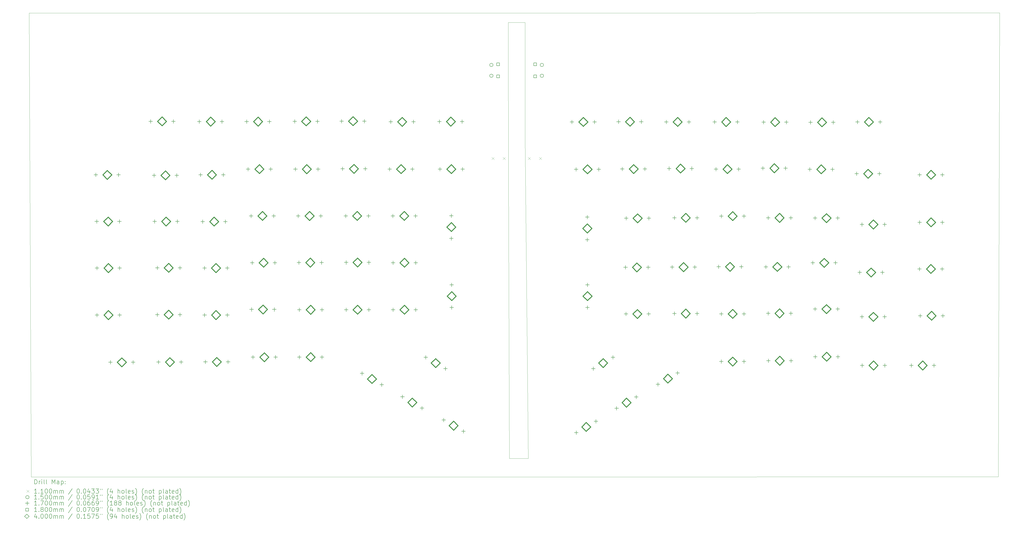
<source format=gbr>
%TF.GenerationSoftware,KiCad,Pcbnew,7.0.1-3b83917a11~172~ubuntu22.04.1*%
%TF.CreationDate,2023-03-31T12:57:55+02:00*%
%TF.ProjectId,Europe-ergo,4575726f-7065-42d6-9572-676f2e6b6963,rev?*%
%TF.SameCoordinates,Original*%
%TF.FileFunction,Drillmap*%
%TF.FilePolarity,Positive*%
%FSLAX45Y45*%
G04 Gerber Fmt 4.5, Leading zero omitted, Abs format (unit mm)*
G04 Created by KiCad (PCBNEW 7.0.1-3b83917a11~172~ubuntu22.04.1) date 2023-03-31 12:57:55*
%MOMM*%
%LPD*%
G01*
G04 APERTURE LIST*
%ADD10C,0.100000*%
%ADD11C,0.200000*%
%ADD12C,0.110000*%
%ADD13C,0.150000*%
%ADD14C,0.170000*%
%ADD15C,0.180000*%
%ADD16C,0.400000*%
G04 APERTURE END LIST*
D10*
X30857000Y-10108000D02*
X30850000Y-3125000D01*
X31607500Y-8340000D02*
X31605000Y-3125000D01*
X31345000Y-22685000D02*
X31745000Y-22685000D01*
X9400000Y-2700000D02*
X30850000Y-2700000D01*
X52800000Y-23500000D02*
X52855000Y-2690000D01*
X9490000Y-23510000D02*
X9400000Y-2700000D01*
X31345000Y-22685000D02*
X30900000Y-22685000D01*
X31605000Y-3125000D02*
X30850000Y-3125000D01*
X52855000Y-2690000D02*
X30850000Y-2700000D01*
X30990000Y-23510000D02*
X52800000Y-23500000D01*
X30857000Y-10108000D02*
X30900000Y-22685000D01*
X31607500Y-8340000D02*
X31745000Y-22685000D01*
X30990000Y-23510000D02*
X9490000Y-23510000D01*
D11*
D12*
X30112000Y-9168000D02*
X30222000Y-9278000D01*
X30222000Y-9168000D02*
X30112000Y-9278000D01*
X30612000Y-9168000D02*
X30722000Y-9278000D01*
X30722000Y-9168000D02*
X30612000Y-9278000D01*
X31742500Y-9170000D02*
X31852500Y-9280000D01*
X31852500Y-9170000D02*
X31742500Y-9280000D01*
X32242500Y-9170000D02*
X32352500Y-9280000D01*
X32352500Y-9170000D02*
X32242500Y-9280000D01*
D13*
X30172000Y-5030000D02*
G75*
G03*
X30172000Y-5030000I-75000J0D01*
G01*
X30172000Y-5515000D02*
G75*
G03*
X30172000Y-5515000I-75000J0D01*
G01*
X32433000Y-5030000D02*
G75*
G03*
X32433000Y-5030000I-75000J0D01*
G01*
X32433000Y-5515000D02*
G75*
G03*
X32433000Y-5515000I-75000J0D01*
G01*
D14*
X12388000Y-9875000D02*
X12388000Y-10045000D01*
X12303000Y-9960000D02*
X12473000Y-9960000D01*
X12424000Y-11965000D02*
X12424000Y-12135000D01*
X12339000Y-12050000D02*
X12509000Y-12050000D01*
X12438000Y-14055000D02*
X12438000Y-14225000D01*
X12353000Y-14140000D02*
X12523000Y-14140000D01*
X12438000Y-16163000D02*
X12438000Y-16333000D01*
X12353000Y-16248000D02*
X12523000Y-16248000D01*
X13038000Y-18283000D02*
X13038000Y-18453000D01*
X12953000Y-18368000D02*
X13123000Y-18368000D01*
X13404000Y-9875000D02*
X13404000Y-10045000D01*
X13319000Y-9960000D02*
X13489000Y-9960000D01*
X13440000Y-11965000D02*
X13440000Y-12135000D01*
X13355000Y-12050000D02*
X13525000Y-12050000D01*
X13454000Y-14055000D02*
X13454000Y-14225000D01*
X13369000Y-14140000D02*
X13539000Y-14140000D01*
X13454000Y-16163000D02*
X13454000Y-16333000D01*
X13369000Y-16248000D02*
X13539000Y-16248000D01*
X14054000Y-18283000D02*
X14054000Y-18453000D01*
X13969000Y-18368000D02*
X14139000Y-18368000D01*
X14838000Y-7475000D02*
X14838000Y-7645000D01*
X14753000Y-7560000D02*
X14923000Y-7560000D01*
X14992000Y-9895000D02*
X14992000Y-10065000D01*
X14907000Y-9980000D02*
X15077000Y-9980000D01*
X15022000Y-11965000D02*
X15022000Y-12135000D01*
X14937000Y-12050000D02*
X15107000Y-12050000D01*
X15134000Y-16143000D02*
X15134000Y-16313000D01*
X15049000Y-16228000D02*
X15219000Y-16228000D01*
X15135000Y-14045000D02*
X15135000Y-14215000D01*
X15050000Y-14130000D02*
X15220000Y-14130000D01*
X15192000Y-18273000D02*
X15192000Y-18443000D01*
X15107000Y-18358000D02*
X15277000Y-18358000D01*
X15854000Y-7475000D02*
X15854000Y-7645000D01*
X15769000Y-7560000D02*
X15939000Y-7560000D01*
X16008000Y-9895000D02*
X16008000Y-10065000D01*
X15923000Y-9980000D02*
X16093000Y-9980000D01*
X16038000Y-11965000D02*
X16038000Y-12135000D01*
X15953000Y-12050000D02*
X16123000Y-12050000D01*
X16150000Y-16143000D02*
X16150000Y-16313000D01*
X16065000Y-16228000D02*
X16235000Y-16228000D01*
X16151000Y-14045000D02*
X16151000Y-14215000D01*
X16066000Y-14130000D02*
X16236000Y-14130000D01*
X16208000Y-18273000D02*
X16208000Y-18443000D01*
X16123000Y-18358000D02*
X16293000Y-18358000D01*
X17018000Y-7485000D02*
X17018000Y-7655000D01*
X16933000Y-7570000D02*
X17103000Y-7570000D01*
X17073000Y-9869000D02*
X17073000Y-10039000D01*
X16988000Y-9954000D02*
X17158000Y-9954000D01*
X17173000Y-11969000D02*
X17173000Y-12139000D01*
X17088000Y-12054000D02*
X17258000Y-12054000D01*
X17253000Y-14055000D02*
X17253000Y-14225000D01*
X17168000Y-14140000D02*
X17338000Y-14140000D01*
X17258000Y-16163000D02*
X17258000Y-16333000D01*
X17173000Y-16248000D02*
X17343000Y-16248000D01*
X17292000Y-18265000D02*
X17292000Y-18435000D01*
X17207000Y-18350000D02*
X17377000Y-18350000D01*
X18034000Y-7485000D02*
X18034000Y-7655000D01*
X17949000Y-7570000D02*
X18119000Y-7570000D01*
X18089000Y-9869000D02*
X18089000Y-10039000D01*
X18004000Y-9954000D02*
X18174000Y-9954000D01*
X18189000Y-11969000D02*
X18189000Y-12139000D01*
X18104000Y-12054000D02*
X18274000Y-12054000D01*
X18269000Y-14055000D02*
X18269000Y-14225000D01*
X18184000Y-14140000D02*
X18354000Y-14140000D01*
X18274000Y-16163000D02*
X18274000Y-16333000D01*
X18189000Y-16248000D02*
X18359000Y-16248000D01*
X18308000Y-18265000D02*
X18308000Y-18435000D01*
X18223000Y-18350000D02*
X18393000Y-18350000D01*
X19138000Y-7485000D02*
X19138000Y-7655000D01*
X19053000Y-7570000D02*
X19223000Y-7570000D01*
X19200000Y-9615000D02*
X19200000Y-9785000D01*
X19115000Y-9700000D02*
X19285000Y-9700000D01*
X19334000Y-11715000D02*
X19334000Y-11885000D01*
X19249000Y-11800000D02*
X19419000Y-11800000D01*
X19358000Y-15913000D02*
X19358000Y-16083000D01*
X19273000Y-15998000D02*
X19443000Y-15998000D01*
X19384000Y-13815000D02*
X19384000Y-13985000D01*
X19299000Y-13900000D02*
X19469000Y-13900000D01*
X19420000Y-18055000D02*
X19420000Y-18225000D01*
X19335000Y-18140000D02*
X19505000Y-18140000D01*
X20154000Y-7485000D02*
X20154000Y-7655000D01*
X20069000Y-7570000D02*
X20239000Y-7570000D01*
X20216000Y-9615000D02*
X20216000Y-9785000D01*
X20131000Y-9700000D02*
X20301000Y-9700000D01*
X20350000Y-11715000D02*
X20350000Y-11885000D01*
X20265000Y-11800000D02*
X20435000Y-11800000D01*
X20374000Y-15913000D02*
X20374000Y-16083000D01*
X20289000Y-15998000D02*
X20459000Y-15998000D01*
X20400000Y-13815000D02*
X20400000Y-13985000D01*
X20315000Y-13900000D02*
X20485000Y-13900000D01*
X20436000Y-18055000D02*
X20436000Y-18225000D01*
X20351000Y-18140000D02*
X20521000Y-18140000D01*
X21292000Y-7475000D02*
X21292000Y-7645000D01*
X21207000Y-7560000D02*
X21377000Y-7560000D01*
X21322000Y-9619000D02*
X21322000Y-9789000D01*
X21237000Y-9704000D02*
X21407000Y-9704000D01*
X21446000Y-11719000D02*
X21446000Y-11889000D01*
X21361000Y-11804000D02*
X21531000Y-11804000D01*
X21476000Y-13809000D02*
X21476000Y-13979000D01*
X21391000Y-13894000D02*
X21561000Y-13894000D01*
X21492000Y-15927000D02*
X21492000Y-16097000D01*
X21407000Y-16012000D02*
X21577000Y-16012000D01*
X21492000Y-18049000D02*
X21492000Y-18219000D01*
X21407000Y-18134000D02*
X21577000Y-18134000D01*
X22308000Y-7475000D02*
X22308000Y-7645000D01*
X22223000Y-7560000D02*
X22393000Y-7560000D01*
X22338000Y-9619000D02*
X22338000Y-9789000D01*
X22253000Y-9704000D02*
X22423000Y-9704000D01*
X22462000Y-11719000D02*
X22462000Y-11889000D01*
X22377000Y-11804000D02*
X22547000Y-11804000D01*
X22492000Y-13809000D02*
X22492000Y-13979000D01*
X22407000Y-13894000D02*
X22577000Y-13894000D01*
X22508000Y-15927000D02*
X22508000Y-16097000D01*
X22423000Y-16012000D02*
X22593000Y-16012000D01*
X22508000Y-18049000D02*
X22508000Y-18219000D01*
X22423000Y-18134000D02*
X22593000Y-18134000D01*
X23392000Y-7465000D02*
X23392000Y-7635000D01*
X23307000Y-7550000D02*
X23477000Y-7550000D01*
X23432000Y-9605000D02*
X23432000Y-9775000D01*
X23347000Y-9690000D02*
X23517000Y-9690000D01*
X23576000Y-11715000D02*
X23576000Y-11885000D01*
X23491000Y-11800000D02*
X23661000Y-11800000D01*
X23592000Y-15923000D02*
X23592000Y-16093000D01*
X23507000Y-16008000D02*
X23677000Y-16008000D01*
X23594000Y-13805000D02*
X23594000Y-13975000D01*
X23509000Y-13890000D02*
X23679000Y-13890000D01*
X24306059Y-18778001D02*
X24306059Y-18948001D01*
X24221059Y-18863001D02*
X24391059Y-18863001D01*
X24408000Y-7465000D02*
X24408000Y-7635000D01*
X24323000Y-7550000D02*
X24493000Y-7550000D01*
X24448000Y-9605000D02*
X24448000Y-9775000D01*
X24363000Y-9690000D02*
X24533000Y-9690000D01*
X24592000Y-11715000D02*
X24592000Y-11885000D01*
X24507000Y-11800000D02*
X24677000Y-11800000D01*
X24608000Y-15923000D02*
X24608000Y-16093000D01*
X24523000Y-16008000D02*
X24693000Y-16008000D01*
X24610000Y-13805000D02*
X24610000Y-13975000D01*
X24525000Y-13890000D02*
X24695000Y-13890000D01*
X25185940Y-19286001D02*
X25185940Y-19456001D01*
X25100940Y-19371001D02*
X25270940Y-19371001D01*
X25542000Y-9615000D02*
X25542000Y-9785000D01*
X25457000Y-9700000D02*
X25627000Y-9700000D01*
X25592000Y-7495000D02*
X25592000Y-7665000D01*
X25507000Y-7580000D02*
X25677000Y-7580000D01*
X25684000Y-11715000D02*
X25684000Y-11885000D01*
X25599000Y-11800000D02*
X25769000Y-11800000D01*
X25692000Y-13815000D02*
X25692000Y-13985000D01*
X25607000Y-13900000D02*
X25777000Y-13900000D01*
X25692000Y-15923000D02*
X25692000Y-16093000D01*
X25607000Y-16008000D02*
X25777000Y-16008000D01*
X26114059Y-19833001D02*
X26114059Y-20003001D01*
X26029059Y-19918001D02*
X26199059Y-19918001D01*
X26558000Y-9615000D02*
X26558000Y-9785000D01*
X26473000Y-9700000D02*
X26643000Y-9700000D01*
X26608000Y-7495000D02*
X26608000Y-7665000D01*
X26523000Y-7580000D02*
X26693000Y-7580000D01*
X26700000Y-11715000D02*
X26700000Y-11885000D01*
X26615000Y-11800000D02*
X26785000Y-11800000D01*
X26708000Y-13815000D02*
X26708000Y-13985000D01*
X26623000Y-13900000D02*
X26793000Y-13900000D01*
X26708000Y-15923000D02*
X26708000Y-16093000D01*
X26623000Y-16008000D02*
X26793000Y-16008000D01*
X26993940Y-20341001D02*
X26993940Y-20511001D01*
X26908940Y-20426001D02*
X27078940Y-20426001D01*
X27160059Y-18061001D02*
X27160059Y-18231001D01*
X27075059Y-18146001D02*
X27245059Y-18146001D01*
X27772000Y-7485000D02*
X27772000Y-7655000D01*
X27687000Y-7570000D02*
X27857000Y-7570000D01*
X27792000Y-9615000D02*
X27792000Y-9785000D01*
X27707000Y-9700000D02*
X27877000Y-9700000D01*
X27963019Y-20871471D02*
X27963019Y-21041471D01*
X27878019Y-20956471D02*
X28048019Y-20956471D01*
X28039940Y-18569001D02*
X28039940Y-18739001D01*
X27954940Y-18654001D02*
X28124940Y-18654001D01*
X28300000Y-11707000D02*
X28300000Y-11877000D01*
X28215000Y-11792000D02*
X28385000Y-11792000D01*
X28300000Y-12723000D02*
X28300000Y-12893000D01*
X28215000Y-12808000D02*
X28385000Y-12808000D01*
X28318000Y-14807000D02*
X28318000Y-14977000D01*
X28233000Y-14892000D02*
X28403000Y-14892000D01*
X28318000Y-15823000D02*
X28318000Y-15993000D01*
X28233000Y-15908000D02*
X28403000Y-15908000D01*
X28788000Y-7485000D02*
X28788000Y-7655000D01*
X28703000Y-7570000D02*
X28873000Y-7570000D01*
X28808000Y-9615000D02*
X28808000Y-9785000D01*
X28723000Y-9700000D02*
X28893000Y-9700000D01*
X28842900Y-21379471D02*
X28842900Y-21549471D01*
X28757900Y-21464471D02*
X28927900Y-21464471D01*
X33705000Y-7499000D02*
X33705000Y-7669000D01*
X33620000Y-7584000D02*
X33790000Y-7584000D01*
X33892000Y-9623000D02*
X33892000Y-9793000D01*
X33807000Y-9708000D02*
X33977000Y-9708000D01*
X33901059Y-21435001D02*
X33901059Y-21605001D01*
X33816059Y-21520001D02*
X33986059Y-21520001D01*
X34390000Y-11769000D02*
X34390000Y-11939000D01*
X34305000Y-11854000D02*
X34475000Y-11854000D01*
X34390000Y-12785000D02*
X34390000Y-12955000D01*
X34305000Y-12870000D02*
X34475000Y-12870000D01*
X34400000Y-14807000D02*
X34400000Y-14977000D01*
X34315000Y-14892000D02*
X34485000Y-14892000D01*
X34400000Y-15823000D02*
X34400000Y-15993000D01*
X34315000Y-15908000D02*
X34485000Y-15908000D01*
X34660059Y-18569001D02*
X34660059Y-18739001D01*
X34575059Y-18654001D02*
X34745059Y-18654001D01*
X34721000Y-7499000D02*
X34721000Y-7669000D01*
X34636000Y-7584000D02*
X34806000Y-7584000D01*
X34780941Y-20927001D02*
X34780941Y-21097001D01*
X34695941Y-21012001D02*
X34865941Y-21012001D01*
X34908000Y-9623000D02*
X34908000Y-9793000D01*
X34823000Y-9708000D02*
X34993000Y-9708000D01*
X35539941Y-18061001D02*
X35539941Y-18231001D01*
X35454941Y-18146001D02*
X35624941Y-18146001D01*
X35707059Y-20345001D02*
X35707059Y-20515001D01*
X35622059Y-20430001D02*
X35792059Y-20430001D01*
X35792000Y-7489000D02*
X35792000Y-7659000D01*
X35707000Y-7574000D02*
X35877000Y-7574000D01*
X35959000Y-9613000D02*
X35959000Y-9783000D01*
X35874000Y-9698000D02*
X36044000Y-9698000D01*
X36105000Y-14023000D02*
X36105000Y-14193000D01*
X36020000Y-14108000D02*
X36190000Y-14108000D01*
X36125000Y-16115000D02*
X36125000Y-16285000D01*
X36040000Y-16200000D02*
X36210000Y-16200000D01*
X36135000Y-11823000D02*
X36135000Y-11993000D01*
X36050000Y-11908000D02*
X36220000Y-11908000D01*
X36586941Y-19837001D02*
X36586941Y-20007001D01*
X36501941Y-19922001D02*
X36671941Y-19922001D01*
X36808000Y-7489000D02*
X36808000Y-7659000D01*
X36723000Y-7574000D02*
X36893000Y-7574000D01*
X36975000Y-9613000D02*
X36975000Y-9783000D01*
X36890000Y-9698000D02*
X37060000Y-9698000D01*
X37121000Y-14023000D02*
X37121000Y-14193000D01*
X37036000Y-14108000D02*
X37206000Y-14108000D01*
X37141000Y-16115000D02*
X37141000Y-16285000D01*
X37056000Y-16200000D02*
X37226000Y-16200000D01*
X37151000Y-11823000D02*
X37151000Y-11993000D01*
X37066000Y-11908000D02*
X37236000Y-11908000D01*
X37560059Y-19269001D02*
X37560059Y-19439001D01*
X37475059Y-19354001D02*
X37645059Y-19354001D01*
X37926000Y-7499000D02*
X37926000Y-7669000D01*
X37841000Y-7584000D02*
X38011000Y-7584000D01*
X38059000Y-9589000D02*
X38059000Y-9759000D01*
X37974000Y-9674000D02*
X38144000Y-9674000D01*
X38192000Y-14013000D02*
X38192000Y-14183000D01*
X38107000Y-14098000D02*
X38277000Y-14098000D01*
X38292000Y-11799000D02*
X38292000Y-11969000D01*
X38207000Y-11884000D02*
X38377000Y-11884000D01*
X38292000Y-16095000D02*
X38292000Y-16265000D01*
X38207000Y-16180000D02*
X38377000Y-16180000D01*
X38439941Y-18761001D02*
X38439941Y-18931001D01*
X38354941Y-18846001D02*
X38524941Y-18846001D01*
X38942000Y-7499000D02*
X38942000Y-7669000D01*
X38857000Y-7584000D02*
X39027000Y-7584000D01*
X39075000Y-9589000D02*
X39075000Y-9759000D01*
X38990000Y-9674000D02*
X39160000Y-9674000D01*
X39208000Y-14013000D02*
X39208000Y-14183000D01*
X39123000Y-14098000D02*
X39293000Y-14098000D01*
X39308000Y-11799000D02*
X39308000Y-11969000D01*
X39223000Y-11884000D02*
X39393000Y-11884000D01*
X39308000Y-16095000D02*
X39308000Y-16265000D01*
X39223000Y-16180000D02*
X39393000Y-16180000D01*
X40100000Y-7501000D02*
X40100000Y-7671000D01*
X40015000Y-7586000D02*
X40185000Y-7586000D01*
X40159000Y-9615000D02*
X40159000Y-9785000D01*
X40074000Y-9700000D02*
X40244000Y-9700000D01*
X40273000Y-13999000D02*
X40273000Y-14169000D01*
X40188000Y-14084000D02*
X40358000Y-14084000D01*
X40392000Y-11725000D02*
X40392000Y-11895000D01*
X40307000Y-11810000D02*
X40477000Y-11810000D01*
X40392000Y-16111000D02*
X40392000Y-16281000D01*
X40307000Y-16196000D02*
X40477000Y-16196000D01*
X40392000Y-18249000D02*
X40392000Y-18419000D01*
X40307000Y-18334000D02*
X40477000Y-18334000D01*
X41116000Y-7501000D02*
X41116000Y-7671000D01*
X41031000Y-7586000D02*
X41201000Y-7586000D01*
X41175000Y-9615000D02*
X41175000Y-9785000D01*
X41090000Y-9700000D02*
X41260000Y-9700000D01*
X41289000Y-13999000D02*
X41289000Y-14169000D01*
X41204000Y-14084000D02*
X41374000Y-14084000D01*
X41408000Y-11725000D02*
X41408000Y-11895000D01*
X41323000Y-11810000D02*
X41493000Y-11810000D01*
X41408000Y-16111000D02*
X41408000Y-16281000D01*
X41323000Y-16196000D02*
X41493000Y-16196000D01*
X41408000Y-18249000D02*
X41408000Y-18419000D01*
X41323000Y-18334000D02*
X41493000Y-18334000D01*
X42259000Y-9576000D02*
X42259000Y-9746000D01*
X42174000Y-9661000D02*
X42344000Y-9661000D01*
X42292000Y-7509000D02*
X42292000Y-7679000D01*
X42207000Y-7594000D02*
X42377000Y-7594000D01*
X42392000Y-14003000D02*
X42392000Y-14173000D01*
X42307000Y-14088000D02*
X42477000Y-14088000D01*
X42492000Y-11803000D02*
X42492000Y-11973000D01*
X42407000Y-11888000D02*
X42577000Y-11888000D01*
X42492000Y-16087000D02*
X42492000Y-16257000D01*
X42407000Y-16172000D02*
X42577000Y-16172000D01*
X42499000Y-18213000D02*
X42499000Y-18383000D01*
X42414000Y-18298000D02*
X42584000Y-18298000D01*
X43275000Y-9576000D02*
X43275000Y-9746000D01*
X43190000Y-9661000D02*
X43360000Y-9661000D01*
X43308000Y-7509000D02*
X43308000Y-7679000D01*
X43223000Y-7594000D02*
X43393000Y-7594000D01*
X43408000Y-14003000D02*
X43408000Y-14173000D01*
X43323000Y-14088000D02*
X43493000Y-14088000D01*
X43508000Y-11803000D02*
X43508000Y-11973000D01*
X43423000Y-11888000D02*
X43593000Y-11888000D01*
X43508000Y-16087000D02*
X43508000Y-16257000D01*
X43423000Y-16172000D02*
X43593000Y-16172000D01*
X43515000Y-18213000D02*
X43515000Y-18383000D01*
X43430000Y-18298000D02*
X43600000Y-18298000D01*
X44359000Y-9623000D02*
X44359000Y-9793000D01*
X44274000Y-9708000D02*
X44444000Y-9708000D01*
X44392000Y-7515000D02*
X44392000Y-7685000D01*
X44307000Y-7600000D02*
X44477000Y-7600000D01*
X44492000Y-13819000D02*
X44492000Y-13989000D01*
X44407000Y-13904000D02*
X44577000Y-13904000D01*
X44592000Y-11813000D02*
X44592000Y-11983000D01*
X44507000Y-11898000D02*
X44677000Y-11898000D01*
X44592000Y-15895000D02*
X44592000Y-16065000D01*
X44507000Y-15980000D02*
X44677000Y-15980000D01*
X44599000Y-18033000D02*
X44599000Y-18203000D01*
X44514000Y-18118000D02*
X44684000Y-18118000D01*
X45375000Y-9623000D02*
X45375000Y-9793000D01*
X45290000Y-9708000D02*
X45460000Y-9708000D01*
X45408000Y-7515000D02*
X45408000Y-7685000D01*
X45323000Y-7600000D02*
X45493000Y-7600000D01*
X45508000Y-13819000D02*
X45508000Y-13989000D01*
X45423000Y-13904000D02*
X45593000Y-13904000D01*
X45608000Y-11813000D02*
X45608000Y-11983000D01*
X45523000Y-11898000D02*
X45693000Y-11898000D01*
X45608000Y-15895000D02*
X45608000Y-16065000D01*
X45523000Y-15980000D02*
X45693000Y-15980000D01*
X45615000Y-18033000D02*
X45615000Y-18203000D01*
X45530000Y-18118000D02*
X45700000Y-18118000D01*
X46459000Y-9823000D02*
X46459000Y-9993000D01*
X46374000Y-9908000D02*
X46544000Y-9908000D01*
X46492000Y-7499000D02*
X46492000Y-7669000D01*
X46407000Y-7584000D02*
X46577000Y-7584000D01*
X46592000Y-14253000D02*
X46592000Y-14423000D01*
X46507000Y-14338000D02*
X46677000Y-14338000D01*
X46692000Y-12099000D02*
X46692000Y-12269000D01*
X46607000Y-12184000D02*
X46777000Y-12184000D01*
X46692000Y-16241000D02*
X46692000Y-16411000D01*
X46607000Y-16326000D02*
X46777000Y-16326000D01*
X46699000Y-18423000D02*
X46699000Y-18593000D01*
X46614000Y-18508000D02*
X46784000Y-18508000D01*
X47475000Y-9823000D02*
X47475000Y-9993000D01*
X47390000Y-9908000D02*
X47560000Y-9908000D01*
X47508000Y-7499000D02*
X47508000Y-7669000D01*
X47423000Y-7584000D02*
X47593000Y-7584000D01*
X47608000Y-14253000D02*
X47608000Y-14423000D01*
X47523000Y-14338000D02*
X47693000Y-14338000D01*
X47708000Y-12099000D02*
X47708000Y-12269000D01*
X47623000Y-12184000D02*
X47793000Y-12184000D01*
X47708000Y-16241000D02*
X47708000Y-16411000D01*
X47623000Y-16326000D02*
X47793000Y-16326000D01*
X47715000Y-18423000D02*
X47715000Y-18593000D01*
X47630000Y-18508000D02*
X47800000Y-18508000D01*
X48899000Y-18423000D02*
X48899000Y-18593000D01*
X48814000Y-18508000D02*
X48984000Y-18508000D01*
X49267500Y-14095000D02*
X49267500Y-14265000D01*
X49182500Y-14180000D02*
X49352500Y-14180000D01*
X49277500Y-9869000D02*
X49277500Y-10039000D01*
X49192500Y-9954000D02*
X49362500Y-9954000D01*
X49277500Y-12003000D02*
X49277500Y-12173000D01*
X49192500Y-12088000D02*
X49362500Y-12088000D01*
X49297500Y-16195000D02*
X49297500Y-16365000D01*
X49212500Y-16280000D02*
X49382500Y-16280000D01*
X49915000Y-18423000D02*
X49915000Y-18593000D01*
X49830000Y-18508000D02*
X50000000Y-18508000D01*
X50283500Y-14095000D02*
X50283500Y-14265000D01*
X50198500Y-14180000D02*
X50368500Y-14180000D01*
X50293500Y-9869000D02*
X50293500Y-10039000D01*
X50208500Y-9954000D02*
X50378500Y-9954000D01*
X50293500Y-12003000D02*
X50293500Y-12173000D01*
X50208500Y-12088000D02*
X50378500Y-12088000D01*
X50313500Y-16195000D02*
X50313500Y-16365000D01*
X50228500Y-16280000D02*
X50398500Y-16280000D01*
D15*
X30463640Y-5063640D02*
X30463640Y-4936360D01*
X30336360Y-4936360D01*
X30336360Y-5063640D01*
X30463640Y-5063640D01*
X30463640Y-5608640D02*
X30463640Y-5481360D01*
X30336360Y-5481360D01*
X30336360Y-5608640D01*
X30463640Y-5608640D01*
X32118640Y-5063640D02*
X32118640Y-4936360D01*
X31991360Y-4936360D01*
X31991360Y-5063640D01*
X32118640Y-5063640D01*
X32118640Y-5608640D02*
X32118640Y-5481360D01*
X31991360Y-5481360D01*
X31991360Y-5608640D01*
X32118640Y-5608640D01*
D16*
X12896000Y-10160000D02*
X13096000Y-9960000D01*
X12896000Y-9760000D01*
X12696000Y-9960000D01*
X12896000Y-10160000D01*
X12932000Y-12250000D02*
X13132000Y-12050000D01*
X12932000Y-11850000D01*
X12732000Y-12050000D01*
X12932000Y-12250000D01*
X12946000Y-14340000D02*
X13146000Y-14140000D01*
X12946000Y-13940000D01*
X12746000Y-14140000D01*
X12946000Y-14340000D01*
X12946000Y-16448000D02*
X13146000Y-16248000D01*
X12946000Y-16048000D01*
X12746000Y-16248000D01*
X12946000Y-16448000D01*
X13546000Y-18568000D02*
X13746000Y-18368000D01*
X13546000Y-18168000D01*
X13346000Y-18368000D01*
X13546000Y-18568000D01*
X15346000Y-7760000D02*
X15546000Y-7560000D01*
X15346000Y-7360000D01*
X15146000Y-7560000D01*
X15346000Y-7760000D01*
X15500000Y-10180000D02*
X15700000Y-9980000D01*
X15500000Y-9780000D01*
X15300000Y-9980000D01*
X15500000Y-10180000D01*
X15530000Y-12250000D02*
X15730000Y-12050000D01*
X15530000Y-11850000D01*
X15330000Y-12050000D01*
X15530000Y-12250000D01*
X15642000Y-16428000D02*
X15842000Y-16228000D01*
X15642000Y-16028000D01*
X15442000Y-16228000D01*
X15642000Y-16428000D01*
X15643000Y-14330000D02*
X15843000Y-14130000D01*
X15643000Y-13930000D01*
X15443000Y-14130000D01*
X15643000Y-14330000D01*
X15700000Y-18558000D02*
X15900000Y-18358000D01*
X15700000Y-18158000D01*
X15500000Y-18358000D01*
X15700000Y-18558000D01*
X17526000Y-7770000D02*
X17726000Y-7570000D01*
X17526000Y-7370000D01*
X17326000Y-7570000D01*
X17526000Y-7770000D01*
X17581000Y-10154000D02*
X17781000Y-9954000D01*
X17581000Y-9754000D01*
X17381000Y-9954000D01*
X17581000Y-10154000D01*
X17681000Y-12254000D02*
X17881000Y-12054000D01*
X17681000Y-11854000D01*
X17481000Y-12054000D01*
X17681000Y-12254000D01*
X17761000Y-14340000D02*
X17961000Y-14140000D01*
X17761000Y-13940000D01*
X17561000Y-14140000D01*
X17761000Y-14340000D01*
X17766000Y-16448000D02*
X17966000Y-16248000D01*
X17766000Y-16048000D01*
X17566000Y-16248000D01*
X17766000Y-16448000D01*
X17800000Y-18550000D02*
X18000000Y-18350000D01*
X17800000Y-18150000D01*
X17600000Y-18350000D01*
X17800000Y-18550000D01*
X19646000Y-7770000D02*
X19846000Y-7570000D01*
X19646000Y-7370000D01*
X19446000Y-7570000D01*
X19646000Y-7770000D01*
X19708000Y-9900000D02*
X19908000Y-9700000D01*
X19708000Y-9500000D01*
X19508000Y-9700000D01*
X19708000Y-9900000D01*
X19842000Y-12000000D02*
X20042000Y-11800000D01*
X19842000Y-11600000D01*
X19642000Y-11800000D01*
X19842000Y-12000000D01*
X19866000Y-16198000D02*
X20066000Y-15998000D01*
X19866000Y-15798000D01*
X19666000Y-15998000D01*
X19866000Y-16198000D01*
X19892000Y-14100000D02*
X20092000Y-13900000D01*
X19892000Y-13700000D01*
X19692000Y-13900000D01*
X19892000Y-14100000D01*
X19928000Y-18340000D02*
X20128000Y-18140000D01*
X19928000Y-17940000D01*
X19728000Y-18140000D01*
X19928000Y-18340000D01*
X21800000Y-7760000D02*
X22000000Y-7560000D01*
X21800000Y-7360000D01*
X21600000Y-7560000D01*
X21800000Y-7760000D01*
X21830000Y-9904000D02*
X22030000Y-9704000D01*
X21830000Y-9504000D01*
X21630000Y-9704000D01*
X21830000Y-9904000D01*
X21954000Y-12004000D02*
X22154000Y-11804000D01*
X21954000Y-11604000D01*
X21754000Y-11804000D01*
X21954000Y-12004000D01*
X21984000Y-14094000D02*
X22184000Y-13894000D01*
X21984000Y-13694000D01*
X21784000Y-13894000D01*
X21984000Y-14094000D01*
X22000000Y-16212000D02*
X22200000Y-16012000D01*
X22000000Y-15812000D01*
X21800000Y-16012000D01*
X22000000Y-16212000D01*
X22000000Y-18334000D02*
X22200000Y-18134000D01*
X22000000Y-17934000D01*
X21800000Y-18134000D01*
X22000000Y-18334000D01*
X23900000Y-7750000D02*
X24100000Y-7550000D01*
X23900000Y-7350000D01*
X23700000Y-7550000D01*
X23900000Y-7750000D01*
X23940000Y-9890000D02*
X24140000Y-9690000D01*
X23940000Y-9490000D01*
X23740000Y-9690000D01*
X23940000Y-9890000D01*
X24084000Y-12000000D02*
X24284000Y-11800000D01*
X24084000Y-11600000D01*
X23884000Y-11800000D01*
X24084000Y-12000000D01*
X24100000Y-16208000D02*
X24300000Y-16008000D01*
X24100000Y-15808000D01*
X23900000Y-16008000D01*
X24100000Y-16208000D01*
X24102000Y-14090000D02*
X24302000Y-13890000D01*
X24102000Y-13690000D01*
X23902000Y-13890000D01*
X24102000Y-14090000D01*
X24745999Y-19317001D02*
X24945999Y-19117001D01*
X24745999Y-18917001D01*
X24545999Y-19117001D01*
X24745999Y-19317001D01*
X26050000Y-9900000D02*
X26250000Y-9700000D01*
X26050000Y-9500000D01*
X25850000Y-9700000D01*
X26050000Y-9900000D01*
X26100000Y-7780000D02*
X26300000Y-7580000D01*
X26100000Y-7380000D01*
X25900000Y-7580000D01*
X26100000Y-7780000D01*
X26192000Y-12000000D02*
X26392000Y-11800000D01*
X26192000Y-11600000D01*
X25992000Y-11800000D01*
X26192000Y-12000000D01*
X26200000Y-14100000D02*
X26400000Y-13900000D01*
X26200000Y-13700000D01*
X26000000Y-13900000D01*
X26200000Y-14100000D01*
X26200000Y-16208000D02*
X26400000Y-16008000D01*
X26200000Y-15808000D01*
X26000000Y-16008000D01*
X26200000Y-16208000D01*
X26553999Y-20372001D02*
X26753999Y-20172001D01*
X26553999Y-19972001D01*
X26353999Y-20172001D01*
X26553999Y-20372001D01*
X27599999Y-18600001D02*
X27799999Y-18400001D01*
X27599999Y-18200001D01*
X27399999Y-18400001D01*
X27599999Y-18600001D01*
X28280000Y-7770000D02*
X28480000Y-7570000D01*
X28280000Y-7370000D01*
X28080000Y-7570000D01*
X28280000Y-7770000D01*
X28300000Y-9900000D02*
X28500000Y-9700000D01*
X28300000Y-9500000D01*
X28100000Y-9700000D01*
X28300000Y-9900000D01*
X28300000Y-12500000D02*
X28500000Y-12300000D01*
X28300000Y-12100000D01*
X28100000Y-12300000D01*
X28300000Y-12500000D01*
X28318000Y-15600000D02*
X28518000Y-15400000D01*
X28318000Y-15200000D01*
X28118000Y-15400000D01*
X28318000Y-15600000D01*
X28402959Y-21410471D02*
X28602959Y-21210471D01*
X28402959Y-21010471D01*
X28202959Y-21210471D01*
X28402959Y-21410471D01*
X34213000Y-7784000D02*
X34413000Y-7584000D01*
X34213000Y-7384000D01*
X34013000Y-7584000D01*
X34213000Y-7784000D01*
X34341000Y-21466001D02*
X34541000Y-21266001D01*
X34341000Y-21066001D01*
X34141000Y-21266001D01*
X34341000Y-21466001D01*
X34390000Y-12562000D02*
X34590000Y-12362000D01*
X34390000Y-12162000D01*
X34190000Y-12362000D01*
X34390000Y-12562000D01*
X34400000Y-9908000D02*
X34600000Y-9708000D01*
X34400000Y-9508000D01*
X34200000Y-9708000D01*
X34400000Y-9908000D01*
X34400000Y-15600000D02*
X34600000Y-15400000D01*
X34400000Y-15200000D01*
X34200000Y-15400000D01*
X34400000Y-15600000D01*
X35100000Y-18600001D02*
X35300000Y-18400001D01*
X35100000Y-18200001D01*
X34900000Y-18400001D01*
X35100000Y-18600001D01*
X36147000Y-20376001D02*
X36347000Y-20176001D01*
X36147000Y-19976001D01*
X35947000Y-20176001D01*
X36147000Y-20376001D01*
X36300000Y-7774000D02*
X36500000Y-7574000D01*
X36300000Y-7374000D01*
X36100000Y-7574000D01*
X36300000Y-7774000D01*
X36467000Y-9898000D02*
X36667000Y-9698000D01*
X36467000Y-9498000D01*
X36267000Y-9698000D01*
X36467000Y-9898000D01*
X36613000Y-14308000D02*
X36813000Y-14108000D01*
X36613000Y-13908000D01*
X36413000Y-14108000D01*
X36613000Y-14308000D01*
X36633000Y-16400000D02*
X36833000Y-16200000D01*
X36633000Y-16000000D01*
X36433000Y-16200000D01*
X36633000Y-16400000D01*
X36643000Y-12108000D02*
X36843000Y-11908000D01*
X36643000Y-11708000D01*
X36443000Y-11908000D01*
X36643000Y-12108000D01*
X38000000Y-19300001D02*
X38200000Y-19100001D01*
X38000000Y-18900001D01*
X37800000Y-19100001D01*
X38000000Y-19300001D01*
X38434000Y-7784000D02*
X38634000Y-7584000D01*
X38434000Y-7384000D01*
X38234000Y-7584000D01*
X38434000Y-7784000D01*
X38567000Y-9874000D02*
X38767000Y-9674000D01*
X38567000Y-9474000D01*
X38367000Y-9674000D01*
X38567000Y-9874000D01*
X38700000Y-14298000D02*
X38900000Y-14098000D01*
X38700000Y-13898000D01*
X38500000Y-14098000D01*
X38700000Y-14298000D01*
X38800000Y-12084000D02*
X39000000Y-11884000D01*
X38800000Y-11684000D01*
X38600000Y-11884000D01*
X38800000Y-12084000D01*
X38800000Y-16380000D02*
X39000000Y-16180000D01*
X38800000Y-15980000D01*
X38600000Y-16180000D01*
X38800000Y-16380000D01*
X40608000Y-7786000D02*
X40808000Y-7586000D01*
X40608000Y-7386000D01*
X40408000Y-7586000D01*
X40608000Y-7786000D01*
X40667000Y-9900000D02*
X40867000Y-9700000D01*
X40667000Y-9500000D01*
X40467000Y-9700000D01*
X40667000Y-9900000D01*
X40781000Y-14284000D02*
X40981000Y-14084000D01*
X40781000Y-13884000D01*
X40581000Y-14084000D01*
X40781000Y-14284000D01*
X40900000Y-12010000D02*
X41100000Y-11810000D01*
X40900000Y-11610000D01*
X40700000Y-11810000D01*
X40900000Y-12010000D01*
X40900000Y-16396000D02*
X41100000Y-16196000D01*
X40900000Y-15996000D01*
X40700000Y-16196000D01*
X40900000Y-16396000D01*
X40900000Y-18534000D02*
X41100000Y-18334000D01*
X40900000Y-18134000D01*
X40700000Y-18334000D01*
X40900000Y-18534000D01*
X42767000Y-9861000D02*
X42967000Y-9661000D01*
X42767000Y-9461000D01*
X42567000Y-9661000D01*
X42767000Y-9861000D01*
X42800000Y-7794000D02*
X43000000Y-7594000D01*
X42800000Y-7394000D01*
X42600000Y-7594000D01*
X42800000Y-7794000D01*
X42900000Y-14288000D02*
X43100000Y-14088000D01*
X42900000Y-13888000D01*
X42700000Y-14088000D01*
X42900000Y-14288000D01*
X43000000Y-12088000D02*
X43200000Y-11888000D01*
X43000000Y-11688000D01*
X42800000Y-11888000D01*
X43000000Y-12088000D01*
X43000000Y-16372000D02*
X43200000Y-16172000D01*
X43000000Y-15972000D01*
X42800000Y-16172000D01*
X43000000Y-16372000D01*
X43007000Y-18498000D02*
X43207000Y-18298000D01*
X43007000Y-18098000D01*
X42807000Y-18298000D01*
X43007000Y-18498000D01*
X44867000Y-9908000D02*
X45067000Y-9708000D01*
X44867000Y-9508000D01*
X44667000Y-9708000D01*
X44867000Y-9908000D01*
X44900000Y-7800000D02*
X45100000Y-7600000D01*
X44900000Y-7400000D01*
X44700000Y-7600000D01*
X44900000Y-7800000D01*
X45000000Y-14104000D02*
X45200000Y-13904000D01*
X45000000Y-13704000D01*
X44800000Y-13904000D01*
X45000000Y-14104000D01*
X45100000Y-12098000D02*
X45300000Y-11898000D01*
X45100000Y-11698000D01*
X44900000Y-11898000D01*
X45100000Y-12098000D01*
X45100000Y-16180000D02*
X45300000Y-15980000D01*
X45100000Y-15780000D01*
X44900000Y-15980000D01*
X45100000Y-16180000D01*
X45107000Y-18318000D02*
X45307000Y-18118000D01*
X45107000Y-17918000D01*
X44907000Y-18118000D01*
X45107000Y-18318000D01*
X46967000Y-10108000D02*
X47167000Y-9908000D01*
X46967000Y-9708000D01*
X46767000Y-9908000D01*
X46967000Y-10108000D01*
X47000000Y-7784000D02*
X47200000Y-7584000D01*
X47000000Y-7384000D01*
X46800000Y-7584000D01*
X47000000Y-7784000D01*
X47100000Y-14538000D02*
X47300000Y-14338000D01*
X47100000Y-14138000D01*
X46900000Y-14338000D01*
X47100000Y-14538000D01*
X47200000Y-12384000D02*
X47400000Y-12184000D01*
X47200000Y-11984000D01*
X47000000Y-12184000D01*
X47200000Y-12384000D01*
X47200000Y-16526000D02*
X47400000Y-16326000D01*
X47200000Y-16126000D01*
X47000000Y-16326000D01*
X47200000Y-16526000D01*
X47207000Y-18708000D02*
X47407000Y-18508000D01*
X47207000Y-18308000D01*
X47007000Y-18508000D01*
X47207000Y-18708000D01*
X49407000Y-18708000D02*
X49607000Y-18508000D01*
X49407000Y-18308000D01*
X49207000Y-18508000D01*
X49407000Y-18708000D01*
X49775500Y-14380000D02*
X49975500Y-14180000D01*
X49775500Y-13980000D01*
X49575500Y-14180000D01*
X49775500Y-14380000D01*
X49785500Y-10154000D02*
X49985500Y-9954000D01*
X49785500Y-9754000D01*
X49585500Y-9954000D01*
X49785500Y-10154000D01*
X49785500Y-12288000D02*
X49985500Y-12088000D01*
X49785500Y-11888000D01*
X49585500Y-12088000D01*
X49785500Y-12288000D01*
X49805500Y-16480000D02*
X50005500Y-16280000D01*
X49805500Y-16080000D01*
X49605500Y-16280000D01*
X49805500Y-16480000D01*
D11*
X9642619Y-23827524D02*
X9642619Y-23627524D01*
X9642619Y-23627524D02*
X9690238Y-23627524D01*
X9690238Y-23627524D02*
X9718810Y-23637048D01*
X9718810Y-23637048D02*
X9737857Y-23656095D01*
X9737857Y-23656095D02*
X9747381Y-23675143D01*
X9747381Y-23675143D02*
X9756905Y-23713238D01*
X9756905Y-23713238D02*
X9756905Y-23741809D01*
X9756905Y-23741809D02*
X9747381Y-23779905D01*
X9747381Y-23779905D02*
X9737857Y-23798952D01*
X9737857Y-23798952D02*
X9718810Y-23818000D01*
X9718810Y-23818000D02*
X9690238Y-23827524D01*
X9690238Y-23827524D02*
X9642619Y-23827524D01*
X9842619Y-23827524D02*
X9842619Y-23694190D01*
X9842619Y-23732286D02*
X9852143Y-23713238D01*
X9852143Y-23713238D02*
X9861667Y-23703714D01*
X9861667Y-23703714D02*
X9880714Y-23694190D01*
X9880714Y-23694190D02*
X9899762Y-23694190D01*
X9966429Y-23827524D02*
X9966429Y-23694190D01*
X9966429Y-23627524D02*
X9956905Y-23637048D01*
X9956905Y-23637048D02*
X9966429Y-23646571D01*
X9966429Y-23646571D02*
X9975952Y-23637048D01*
X9975952Y-23637048D02*
X9966429Y-23627524D01*
X9966429Y-23627524D02*
X9966429Y-23646571D01*
X10090238Y-23827524D02*
X10071190Y-23818000D01*
X10071190Y-23818000D02*
X10061667Y-23798952D01*
X10061667Y-23798952D02*
X10061667Y-23627524D01*
X10195000Y-23827524D02*
X10175952Y-23818000D01*
X10175952Y-23818000D02*
X10166429Y-23798952D01*
X10166429Y-23798952D02*
X10166429Y-23627524D01*
X10423571Y-23827524D02*
X10423571Y-23627524D01*
X10423571Y-23627524D02*
X10490238Y-23770381D01*
X10490238Y-23770381D02*
X10556905Y-23627524D01*
X10556905Y-23627524D02*
X10556905Y-23827524D01*
X10737857Y-23827524D02*
X10737857Y-23722762D01*
X10737857Y-23722762D02*
X10728333Y-23703714D01*
X10728333Y-23703714D02*
X10709286Y-23694190D01*
X10709286Y-23694190D02*
X10671190Y-23694190D01*
X10671190Y-23694190D02*
X10652143Y-23703714D01*
X10737857Y-23818000D02*
X10718810Y-23827524D01*
X10718810Y-23827524D02*
X10671190Y-23827524D01*
X10671190Y-23827524D02*
X10652143Y-23818000D01*
X10652143Y-23818000D02*
X10642619Y-23798952D01*
X10642619Y-23798952D02*
X10642619Y-23779905D01*
X10642619Y-23779905D02*
X10652143Y-23760857D01*
X10652143Y-23760857D02*
X10671190Y-23751333D01*
X10671190Y-23751333D02*
X10718810Y-23751333D01*
X10718810Y-23751333D02*
X10737857Y-23741809D01*
X10833095Y-23694190D02*
X10833095Y-23894190D01*
X10833095Y-23703714D02*
X10852143Y-23694190D01*
X10852143Y-23694190D02*
X10890238Y-23694190D01*
X10890238Y-23694190D02*
X10909286Y-23703714D01*
X10909286Y-23703714D02*
X10918810Y-23713238D01*
X10918810Y-23713238D02*
X10928333Y-23732286D01*
X10928333Y-23732286D02*
X10928333Y-23789428D01*
X10928333Y-23789428D02*
X10918810Y-23808476D01*
X10918810Y-23808476D02*
X10909286Y-23818000D01*
X10909286Y-23818000D02*
X10890238Y-23827524D01*
X10890238Y-23827524D02*
X10852143Y-23827524D01*
X10852143Y-23827524D02*
X10833095Y-23818000D01*
X11014048Y-23808476D02*
X11023571Y-23818000D01*
X11023571Y-23818000D02*
X11014048Y-23827524D01*
X11014048Y-23827524D02*
X11004524Y-23818000D01*
X11004524Y-23818000D02*
X11014048Y-23808476D01*
X11014048Y-23808476D02*
X11014048Y-23827524D01*
X11014048Y-23703714D02*
X11023571Y-23713238D01*
X11023571Y-23713238D02*
X11014048Y-23722762D01*
X11014048Y-23722762D02*
X11004524Y-23713238D01*
X11004524Y-23713238D02*
X11014048Y-23703714D01*
X11014048Y-23703714D02*
X11014048Y-23722762D01*
D12*
X9285000Y-24100000D02*
X9395000Y-24210000D01*
X9395000Y-24100000D02*
X9285000Y-24210000D01*
D11*
X9747381Y-24247524D02*
X9633095Y-24247524D01*
X9690238Y-24247524D02*
X9690238Y-24047524D01*
X9690238Y-24047524D02*
X9671190Y-24076095D01*
X9671190Y-24076095D02*
X9652143Y-24095143D01*
X9652143Y-24095143D02*
X9633095Y-24104667D01*
X9833095Y-24228476D02*
X9842619Y-24238000D01*
X9842619Y-24238000D02*
X9833095Y-24247524D01*
X9833095Y-24247524D02*
X9823571Y-24238000D01*
X9823571Y-24238000D02*
X9833095Y-24228476D01*
X9833095Y-24228476D02*
X9833095Y-24247524D01*
X10033095Y-24247524D02*
X9918810Y-24247524D01*
X9975952Y-24247524D02*
X9975952Y-24047524D01*
X9975952Y-24047524D02*
X9956905Y-24076095D01*
X9956905Y-24076095D02*
X9937857Y-24095143D01*
X9937857Y-24095143D02*
X9918810Y-24104667D01*
X10156905Y-24047524D02*
X10175952Y-24047524D01*
X10175952Y-24047524D02*
X10195000Y-24057048D01*
X10195000Y-24057048D02*
X10204524Y-24066571D01*
X10204524Y-24066571D02*
X10214048Y-24085619D01*
X10214048Y-24085619D02*
X10223571Y-24123714D01*
X10223571Y-24123714D02*
X10223571Y-24171333D01*
X10223571Y-24171333D02*
X10214048Y-24209428D01*
X10214048Y-24209428D02*
X10204524Y-24228476D01*
X10204524Y-24228476D02*
X10195000Y-24238000D01*
X10195000Y-24238000D02*
X10175952Y-24247524D01*
X10175952Y-24247524D02*
X10156905Y-24247524D01*
X10156905Y-24247524D02*
X10137857Y-24238000D01*
X10137857Y-24238000D02*
X10128333Y-24228476D01*
X10128333Y-24228476D02*
X10118810Y-24209428D01*
X10118810Y-24209428D02*
X10109286Y-24171333D01*
X10109286Y-24171333D02*
X10109286Y-24123714D01*
X10109286Y-24123714D02*
X10118810Y-24085619D01*
X10118810Y-24085619D02*
X10128333Y-24066571D01*
X10128333Y-24066571D02*
X10137857Y-24057048D01*
X10137857Y-24057048D02*
X10156905Y-24047524D01*
X10347381Y-24047524D02*
X10366429Y-24047524D01*
X10366429Y-24047524D02*
X10385476Y-24057048D01*
X10385476Y-24057048D02*
X10395000Y-24066571D01*
X10395000Y-24066571D02*
X10404524Y-24085619D01*
X10404524Y-24085619D02*
X10414048Y-24123714D01*
X10414048Y-24123714D02*
X10414048Y-24171333D01*
X10414048Y-24171333D02*
X10404524Y-24209428D01*
X10404524Y-24209428D02*
X10395000Y-24228476D01*
X10395000Y-24228476D02*
X10385476Y-24238000D01*
X10385476Y-24238000D02*
X10366429Y-24247524D01*
X10366429Y-24247524D02*
X10347381Y-24247524D01*
X10347381Y-24247524D02*
X10328333Y-24238000D01*
X10328333Y-24238000D02*
X10318810Y-24228476D01*
X10318810Y-24228476D02*
X10309286Y-24209428D01*
X10309286Y-24209428D02*
X10299762Y-24171333D01*
X10299762Y-24171333D02*
X10299762Y-24123714D01*
X10299762Y-24123714D02*
X10309286Y-24085619D01*
X10309286Y-24085619D02*
X10318810Y-24066571D01*
X10318810Y-24066571D02*
X10328333Y-24057048D01*
X10328333Y-24057048D02*
X10347381Y-24047524D01*
X10499762Y-24247524D02*
X10499762Y-24114190D01*
X10499762Y-24133238D02*
X10509286Y-24123714D01*
X10509286Y-24123714D02*
X10528333Y-24114190D01*
X10528333Y-24114190D02*
X10556905Y-24114190D01*
X10556905Y-24114190D02*
X10575952Y-24123714D01*
X10575952Y-24123714D02*
X10585476Y-24142762D01*
X10585476Y-24142762D02*
X10585476Y-24247524D01*
X10585476Y-24142762D02*
X10595000Y-24123714D01*
X10595000Y-24123714D02*
X10614048Y-24114190D01*
X10614048Y-24114190D02*
X10642619Y-24114190D01*
X10642619Y-24114190D02*
X10661667Y-24123714D01*
X10661667Y-24123714D02*
X10671191Y-24142762D01*
X10671191Y-24142762D02*
X10671191Y-24247524D01*
X10766429Y-24247524D02*
X10766429Y-24114190D01*
X10766429Y-24133238D02*
X10775952Y-24123714D01*
X10775952Y-24123714D02*
X10795000Y-24114190D01*
X10795000Y-24114190D02*
X10823572Y-24114190D01*
X10823572Y-24114190D02*
X10842619Y-24123714D01*
X10842619Y-24123714D02*
X10852143Y-24142762D01*
X10852143Y-24142762D02*
X10852143Y-24247524D01*
X10852143Y-24142762D02*
X10861667Y-24123714D01*
X10861667Y-24123714D02*
X10880714Y-24114190D01*
X10880714Y-24114190D02*
X10909286Y-24114190D01*
X10909286Y-24114190D02*
X10928333Y-24123714D01*
X10928333Y-24123714D02*
X10937857Y-24142762D01*
X10937857Y-24142762D02*
X10937857Y-24247524D01*
X11328333Y-24038000D02*
X11156905Y-24295143D01*
X11585476Y-24047524D02*
X11604524Y-24047524D01*
X11604524Y-24047524D02*
X11623572Y-24057048D01*
X11623572Y-24057048D02*
X11633095Y-24066571D01*
X11633095Y-24066571D02*
X11642619Y-24085619D01*
X11642619Y-24085619D02*
X11652143Y-24123714D01*
X11652143Y-24123714D02*
X11652143Y-24171333D01*
X11652143Y-24171333D02*
X11642619Y-24209428D01*
X11642619Y-24209428D02*
X11633095Y-24228476D01*
X11633095Y-24228476D02*
X11623572Y-24238000D01*
X11623572Y-24238000D02*
X11604524Y-24247524D01*
X11604524Y-24247524D02*
X11585476Y-24247524D01*
X11585476Y-24247524D02*
X11566429Y-24238000D01*
X11566429Y-24238000D02*
X11556905Y-24228476D01*
X11556905Y-24228476D02*
X11547381Y-24209428D01*
X11547381Y-24209428D02*
X11537857Y-24171333D01*
X11537857Y-24171333D02*
X11537857Y-24123714D01*
X11537857Y-24123714D02*
X11547381Y-24085619D01*
X11547381Y-24085619D02*
X11556905Y-24066571D01*
X11556905Y-24066571D02*
X11566429Y-24057048D01*
X11566429Y-24057048D02*
X11585476Y-24047524D01*
X11737857Y-24228476D02*
X11747381Y-24238000D01*
X11747381Y-24238000D02*
X11737857Y-24247524D01*
X11737857Y-24247524D02*
X11728333Y-24238000D01*
X11728333Y-24238000D02*
X11737857Y-24228476D01*
X11737857Y-24228476D02*
X11737857Y-24247524D01*
X11871191Y-24047524D02*
X11890238Y-24047524D01*
X11890238Y-24047524D02*
X11909286Y-24057048D01*
X11909286Y-24057048D02*
X11918810Y-24066571D01*
X11918810Y-24066571D02*
X11928333Y-24085619D01*
X11928333Y-24085619D02*
X11937857Y-24123714D01*
X11937857Y-24123714D02*
X11937857Y-24171333D01*
X11937857Y-24171333D02*
X11928333Y-24209428D01*
X11928333Y-24209428D02*
X11918810Y-24228476D01*
X11918810Y-24228476D02*
X11909286Y-24238000D01*
X11909286Y-24238000D02*
X11890238Y-24247524D01*
X11890238Y-24247524D02*
X11871191Y-24247524D01*
X11871191Y-24247524D02*
X11852143Y-24238000D01*
X11852143Y-24238000D02*
X11842619Y-24228476D01*
X11842619Y-24228476D02*
X11833095Y-24209428D01*
X11833095Y-24209428D02*
X11823572Y-24171333D01*
X11823572Y-24171333D02*
X11823572Y-24123714D01*
X11823572Y-24123714D02*
X11833095Y-24085619D01*
X11833095Y-24085619D02*
X11842619Y-24066571D01*
X11842619Y-24066571D02*
X11852143Y-24057048D01*
X11852143Y-24057048D02*
X11871191Y-24047524D01*
X12109286Y-24114190D02*
X12109286Y-24247524D01*
X12061667Y-24038000D02*
X12014048Y-24180857D01*
X12014048Y-24180857D02*
X12137857Y-24180857D01*
X12195000Y-24047524D02*
X12318810Y-24047524D01*
X12318810Y-24047524D02*
X12252143Y-24123714D01*
X12252143Y-24123714D02*
X12280714Y-24123714D01*
X12280714Y-24123714D02*
X12299762Y-24133238D01*
X12299762Y-24133238D02*
X12309286Y-24142762D01*
X12309286Y-24142762D02*
X12318810Y-24161809D01*
X12318810Y-24161809D02*
X12318810Y-24209428D01*
X12318810Y-24209428D02*
X12309286Y-24228476D01*
X12309286Y-24228476D02*
X12299762Y-24238000D01*
X12299762Y-24238000D02*
X12280714Y-24247524D01*
X12280714Y-24247524D02*
X12223572Y-24247524D01*
X12223572Y-24247524D02*
X12204524Y-24238000D01*
X12204524Y-24238000D02*
X12195000Y-24228476D01*
X12385476Y-24047524D02*
X12509286Y-24047524D01*
X12509286Y-24047524D02*
X12442619Y-24123714D01*
X12442619Y-24123714D02*
X12471191Y-24123714D01*
X12471191Y-24123714D02*
X12490238Y-24133238D01*
X12490238Y-24133238D02*
X12499762Y-24142762D01*
X12499762Y-24142762D02*
X12509286Y-24161809D01*
X12509286Y-24161809D02*
X12509286Y-24209428D01*
X12509286Y-24209428D02*
X12499762Y-24228476D01*
X12499762Y-24228476D02*
X12490238Y-24238000D01*
X12490238Y-24238000D02*
X12471191Y-24247524D01*
X12471191Y-24247524D02*
X12414048Y-24247524D01*
X12414048Y-24247524D02*
X12395000Y-24238000D01*
X12395000Y-24238000D02*
X12385476Y-24228476D01*
X12585476Y-24047524D02*
X12585476Y-24085619D01*
X12661667Y-24047524D02*
X12661667Y-24085619D01*
X12956905Y-24323714D02*
X12947381Y-24314190D01*
X12947381Y-24314190D02*
X12928334Y-24285619D01*
X12928334Y-24285619D02*
X12918810Y-24266571D01*
X12918810Y-24266571D02*
X12909286Y-24238000D01*
X12909286Y-24238000D02*
X12899762Y-24190381D01*
X12899762Y-24190381D02*
X12899762Y-24152286D01*
X12899762Y-24152286D02*
X12909286Y-24104667D01*
X12909286Y-24104667D02*
X12918810Y-24076095D01*
X12918810Y-24076095D02*
X12928334Y-24057048D01*
X12928334Y-24057048D02*
X12947381Y-24028476D01*
X12947381Y-24028476D02*
X12956905Y-24018952D01*
X13118810Y-24114190D02*
X13118810Y-24247524D01*
X13071191Y-24038000D02*
X13023572Y-24180857D01*
X13023572Y-24180857D02*
X13147381Y-24180857D01*
X13375953Y-24247524D02*
X13375953Y-24047524D01*
X13461667Y-24247524D02*
X13461667Y-24142762D01*
X13461667Y-24142762D02*
X13452143Y-24123714D01*
X13452143Y-24123714D02*
X13433096Y-24114190D01*
X13433096Y-24114190D02*
X13404524Y-24114190D01*
X13404524Y-24114190D02*
X13385476Y-24123714D01*
X13385476Y-24123714D02*
X13375953Y-24133238D01*
X13585476Y-24247524D02*
X13566429Y-24238000D01*
X13566429Y-24238000D02*
X13556905Y-24228476D01*
X13556905Y-24228476D02*
X13547381Y-24209428D01*
X13547381Y-24209428D02*
X13547381Y-24152286D01*
X13547381Y-24152286D02*
X13556905Y-24133238D01*
X13556905Y-24133238D02*
X13566429Y-24123714D01*
X13566429Y-24123714D02*
X13585476Y-24114190D01*
X13585476Y-24114190D02*
X13614048Y-24114190D01*
X13614048Y-24114190D02*
X13633096Y-24123714D01*
X13633096Y-24123714D02*
X13642619Y-24133238D01*
X13642619Y-24133238D02*
X13652143Y-24152286D01*
X13652143Y-24152286D02*
X13652143Y-24209428D01*
X13652143Y-24209428D02*
X13642619Y-24228476D01*
X13642619Y-24228476D02*
X13633096Y-24238000D01*
X13633096Y-24238000D02*
X13614048Y-24247524D01*
X13614048Y-24247524D02*
X13585476Y-24247524D01*
X13766429Y-24247524D02*
X13747381Y-24238000D01*
X13747381Y-24238000D02*
X13737857Y-24218952D01*
X13737857Y-24218952D02*
X13737857Y-24047524D01*
X13918810Y-24238000D02*
X13899762Y-24247524D01*
X13899762Y-24247524D02*
X13861667Y-24247524D01*
X13861667Y-24247524D02*
X13842619Y-24238000D01*
X13842619Y-24238000D02*
X13833096Y-24218952D01*
X13833096Y-24218952D02*
X13833096Y-24142762D01*
X13833096Y-24142762D02*
X13842619Y-24123714D01*
X13842619Y-24123714D02*
X13861667Y-24114190D01*
X13861667Y-24114190D02*
X13899762Y-24114190D01*
X13899762Y-24114190D02*
X13918810Y-24123714D01*
X13918810Y-24123714D02*
X13928334Y-24142762D01*
X13928334Y-24142762D02*
X13928334Y-24161809D01*
X13928334Y-24161809D02*
X13833096Y-24180857D01*
X14004524Y-24238000D02*
X14023572Y-24247524D01*
X14023572Y-24247524D02*
X14061667Y-24247524D01*
X14061667Y-24247524D02*
X14080715Y-24238000D01*
X14080715Y-24238000D02*
X14090238Y-24218952D01*
X14090238Y-24218952D02*
X14090238Y-24209428D01*
X14090238Y-24209428D02*
X14080715Y-24190381D01*
X14080715Y-24190381D02*
X14061667Y-24180857D01*
X14061667Y-24180857D02*
X14033096Y-24180857D01*
X14033096Y-24180857D02*
X14014048Y-24171333D01*
X14014048Y-24171333D02*
X14004524Y-24152286D01*
X14004524Y-24152286D02*
X14004524Y-24142762D01*
X14004524Y-24142762D02*
X14014048Y-24123714D01*
X14014048Y-24123714D02*
X14033096Y-24114190D01*
X14033096Y-24114190D02*
X14061667Y-24114190D01*
X14061667Y-24114190D02*
X14080715Y-24123714D01*
X14156905Y-24323714D02*
X14166429Y-24314190D01*
X14166429Y-24314190D02*
X14185477Y-24285619D01*
X14185477Y-24285619D02*
X14195000Y-24266571D01*
X14195000Y-24266571D02*
X14204524Y-24238000D01*
X14204524Y-24238000D02*
X14214048Y-24190381D01*
X14214048Y-24190381D02*
X14214048Y-24152286D01*
X14214048Y-24152286D02*
X14204524Y-24104667D01*
X14204524Y-24104667D02*
X14195000Y-24076095D01*
X14195000Y-24076095D02*
X14185477Y-24057048D01*
X14185477Y-24057048D02*
X14166429Y-24028476D01*
X14166429Y-24028476D02*
X14156905Y-24018952D01*
X14518810Y-24323714D02*
X14509286Y-24314190D01*
X14509286Y-24314190D02*
X14490238Y-24285619D01*
X14490238Y-24285619D02*
X14480715Y-24266571D01*
X14480715Y-24266571D02*
X14471191Y-24238000D01*
X14471191Y-24238000D02*
X14461667Y-24190381D01*
X14461667Y-24190381D02*
X14461667Y-24152286D01*
X14461667Y-24152286D02*
X14471191Y-24104667D01*
X14471191Y-24104667D02*
X14480715Y-24076095D01*
X14480715Y-24076095D02*
X14490238Y-24057048D01*
X14490238Y-24057048D02*
X14509286Y-24028476D01*
X14509286Y-24028476D02*
X14518810Y-24018952D01*
X14595000Y-24114190D02*
X14595000Y-24247524D01*
X14595000Y-24133238D02*
X14604524Y-24123714D01*
X14604524Y-24123714D02*
X14623572Y-24114190D01*
X14623572Y-24114190D02*
X14652143Y-24114190D01*
X14652143Y-24114190D02*
X14671191Y-24123714D01*
X14671191Y-24123714D02*
X14680715Y-24142762D01*
X14680715Y-24142762D02*
X14680715Y-24247524D01*
X14804524Y-24247524D02*
X14785477Y-24238000D01*
X14785477Y-24238000D02*
X14775953Y-24228476D01*
X14775953Y-24228476D02*
X14766429Y-24209428D01*
X14766429Y-24209428D02*
X14766429Y-24152286D01*
X14766429Y-24152286D02*
X14775953Y-24133238D01*
X14775953Y-24133238D02*
X14785477Y-24123714D01*
X14785477Y-24123714D02*
X14804524Y-24114190D01*
X14804524Y-24114190D02*
X14833096Y-24114190D01*
X14833096Y-24114190D02*
X14852143Y-24123714D01*
X14852143Y-24123714D02*
X14861667Y-24133238D01*
X14861667Y-24133238D02*
X14871191Y-24152286D01*
X14871191Y-24152286D02*
X14871191Y-24209428D01*
X14871191Y-24209428D02*
X14861667Y-24228476D01*
X14861667Y-24228476D02*
X14852143Y-24238000D01*
X14852143Y-24238000D02*
X14833096Y-24247524D01*
X14833096Y-24247524D02*
X14804524Y-24247524D01*
X14928334Y-24114190D02*
X15004524Y-24114190D01*
X14956905Y-24047524D02*
X14956905Y-24218952D01*
X14956905Y-24218952D02*
X14966429Y-24238000D01*
X14966429Y-24238000D02*
X14985477Y-24247524D01*
X14985477Y-24247524D02*
X15004524Y-24247524D01*
X15223572Y-24114190D02*
X15223572Y-24314190D01*
X15223572Y-24123714D02*
X15242619Y-24114190D01*
X15242619Y-24114190D02*
X15280715Y-24114190D01*
X15280715Y-24114190D02*
X15299762Y-24123714D01*
X15299762Y-24123714D02*
X15309286Y-24133238D01*
X15309286Y-24133238D02*
X15318810Y-24152286D01*
X15318810Y-24152286D02*
X15318810Y-24209428D01*
X15318810Y-24209428D02*
X15309286Y-24228476D01*
X15309286Y-24228476D02*
X15299762Y-24238000D01*
X15299762Y-24238000D02*
X15280715Y-24247524D01*
X15280715Y-24247524D02*
X15242619Y-24247524D01*
X15242619Y-24247524D02*
X15223572Y-24238000D01*
X15433096Y-24247524D02*
X15414048Y-24238000D01*
X15414048Y-24238000D02*
X15404524Y-24218952D01*
X15404524Y-24218952D02*
X15404524Y-24047524D01*
X15595000Y-24247524D02*
X15595000Y-24142762D01*
X15595000Y-24142762D02*
X15585477Y-24123714D01*
X15585477Y-24123714D02*
X15566429Y-24114190D01*
X15566429Y-24114190D02*
X15528334Y-24114190D01*
X15528334Y-24114190D02*
X15509286Y-24123714D01*
X15595000Y-24238000D02*
X15575953Y-24247524D01*
X15575953Y-24247524D02*
X15528334Y-24247524D01*
X15528334Y-24247524D02*
X15509286Y-24238000D01*
X15509286Y-24238000D02*
X15499762Y-24218952D01*
X15499762Y-24218952D02*
X15499762Y-24199905D01*
X15499762Y-24199905D02*
X15509286Y-24180857D01*
X15509286Y-24180857D02*
X15528334Y-24171333D01*
X15528334Y-24171333D02*
X15575953Y-24171333D01*
X15575953Y-24171333D02*
X15595000Y-24161809D01*
X15661667Y-24114190D02*
X15737858Y-24114190D01*
X15690239Y-24047524D02*
X15690239Y-24218952D01*
X15690239Y-24218952D02*
X15699762Y-24238000D01*
X15699762Y-24238000D02*
X15718810Y-24247524D01*
X15718810Y-24247524D02*
X15737858Y-24247524D01*
X15880715Y-24238000D02*
X15861667Y-24247524D01*
X15861667Y-24247524D02*
X15823572Y-24247524D01*
X15823572Y-24247524D02*
X15804524Y-24238000D01*
X15804524Y-24238000D02*
X15795000Y-24218952D01*
X15795000Y-24218952D02*
X15795000Y-24142762D01*
X15795000Y-24142762D02*
X15804524Y-24123714D01*
X15804524Y-24123714D02*
X15823572Y-24114190D01*
X15823572Y-24114190D02*
X15861667Y-24114190D01*
X15861667Y-24114190D02*
X15880715Y-24123714D01*
X15880715Y-24123714D02*
X15890239Y-24142762D01*
X15890239Y-24142762D02*
X15890239Y-24161809D01*
X15890239Y-24161809D02*
X15795000Y-24180857D01*
X16061667Y-24247524D02*
X16061667Y-24047524D01*
X16061667Y-24238000D02*
X16042620Y-24247524D01*
X16042620Y-24247524D02*
X16004524Y-24247524D01*
X16004524Y-24247524D02*
X15985477Y-24238000D01*
X15985477Y-24238000D02*
X15975953Y-24228476D01*
X15975953Y-24228476D02*
X15966429Y-24209428D01*
X15966429Y-24209428D02*
X15966429Y-24152286D01*
X15966429Y-24152286D02*
X15975953Y-24133238D01*
X15975953Y-24133238D02*
X15985477Y-24123714D01*
X15985477Y-24123714D02*
X16004524Y-24114190D01*
X16004524Y-24114190D02*
X16042620Y-24114190D01*
X16042620Y-24114190D02*
X16061667Y-24123714D01*
X16137858Y-24323714D02*
X16147381Y-24314190D01*
X16147381Y-24314190D02*
X16166429Y-24285619D01*
X16166429Y-24285619D02*
X16175953Y-24266571D01*
X16175953Y-24266571D02*
X16185477Y-24238000D01*
X16185477Y-24238000D02*
X16195000Y-24190381D01*
X16195000Y-24190381D02*
X16195000Y-24152286D01*
X16195000Y-24152286D02*
X16185477Y-24104667D01*
X16185477Y-24104667D02*
X16175953Y-24076095D01*
X16175953Y-24076095D02*
X16166429Y-24057048D01*
X16166429Y-24057048D02*
X16147381Y-24028476D01*
X16147381Y-24028476D02*
X16137858Y-24018952D01*
D13*
X9395000Y-24419000D02*
G75*
G03*
X9395000Y-24419000I-75000J0D01*
G01*
D11*
X9747381Y-24511524D02*
X9633095Y-24511524D01*
X9690238Y-24511524D02*
X9690238Y-24311524D01*
X9690238Y-24311524D02*
X9671190Y-24340095D01*
X9671190Y-24340095D02*
X9652143Y-24359143D01*
X9652143Y-24359143D02*
X9633095Y-24368667D01*
X9833095Y-24492476D02*
X9842619Y-24502000D01*
X9842619Y-24502000D02*
X9833095Y-24511524D01*
X9833095Y-24511524D02*
X9823571Y-24502000D01*
X9823571Y-24502000D02*
X9833095Y-24492476D01*
X9833095Y-24492476D02*
X9833095Y-24511524D01*
X10023571Y-24311524D02*
X9928333Y-24311524D01*
X9928333Y-24311524D02*
X9918810Y-24406762D01*
X9918810Y-24406762D02*
X9928333Y-24397238D01*
X9928333Y-24397238D02*
X9947381Y-24387714D01*
X9947381Y-24387714D02*
X9995000Y-24387714D01*
X9995000Y-24387714D02*
X10014048Y-24397238D01*
X10014048Y-24397238D02*
X10023571Y-24406762D01*
X10023571Y-24406762D02*
X10033095Y-24425809D01*
X10033095Y-24425809D02*
X10033095Y-24473428D01*
X10033095Y-24473428D02*
X10023571Y-24492476D01*
X10023571Y-24492476D02*
X10014048Y-24502000D01*
X10014048Y-24502000D02*
X9995000Y-24511524D01*
X9995000Y-24511524D02*
X9947381Y-24511524D01*
X9947381Y-24511524D02*
X9928333Y-24502000D01*
X9928333Y-24502000D02*
X9918810Y-24492476D01*
X10156905Y-24311524D02*
X10175952Y-24311524D01*
X10175952Y-24311524D02*
X10195000Y-24321048D01*
X10195000Y-24321048D02*
X10204524Y-24330571D01*
X10204524Y-24330571D02*
X10214048Y-24349619D01*
X10214048Y-24349619D02*
X10223571Y-24387714D01*
X10223571Y-24387714D02*
X10223571Y-24435333D01*
X10223571Y-24435333D02*
X10214048Y-24473428D01*
X10214048Y-24473428D02*
X10204524Y-24492476D01*
X10204524Y-24492476D02*
X10195000Y-24502000D01*
X10195000Y-24502000D02*
X10175952Y-24511524D01*
X10175952Y-24511524D02*
X10156905Y-24511524D01*
X10156905Y-24511524D02*
X10137857Y-24502000D01*
X10137857Y-24502000D02*
X10128333Y-24492476D01*
X10128333Y-24492476D02*
X10118810Y-24473428D01*
X10118810Y-24473428D02*
X10109286Y-24435333D01*
X10109286Y-24435333D02*
X10109286Y-24387714D01*
X10109286Y-24387714D02*
X10118810Y-24349619D01*
X10118810Y-24349619D02*
X10128333Y-24330571D01*
X10128333Y-24330571D02*
X10137857Y-24321048D01*
X10137857Y-24321048D02*
X10156905Y-24311524D01*
X10347381Y-24311524D02*
X10366429Y-24311524D01*
X10366429Y-24311524D02*
X10385476Y-24321048D01*
X10385476Y-24321048D02*
X10395000Y-24330571D01*
X10395000Y-24330571D02*
X10404524Y-24349619D01*
X10404524Y-24349619D02*
X10414048Y-24387714D01*
X10414048Y-24387714D02*
X10414048Y-24435333D01*
X10414048Y-24435333D02*
X10404524Y-24473428D01*
X10404524Y-24473428D02*
X10395000Y-24492476D01*
X10395000Y-24492476D02*
X10385476Y-24502000D01*
X10385476Y-24502000D02*
X10366429Y-24511524D01*
X10366429Y-24511524D02*
X10347381Y-24511524D01*
X10347381Y-24511524D02*
X10328333Y-24502000D01*
X10328333Y-24502000D02*
X10318810Y-24492476D01*
X10318810Y-24492476D02*
X10309286Y-24473428D01*
X10309286Y-24473428D02*
X10299762Y-24435333D01*
X10299762Y-24435333D02*
X10299762Y-24387714D01*
X10299762Y-24387714D02*
X10309286Y-24349619D01*
X10309286Y-24349619D02*
X10318810Y-24330571D01*
X10318810Y-24330571D02*
X10328333Y-24321048D01*
X10328333Y-24321048D02*
X10347381Y-24311524D01*
X10499762Y-24511524D02*
X10499762Y-24378190D01*
X10499762Y-24397238D02*
X10509286Y-24387714D01*
X10509286Y-24387714D02*
X10528333Y-24378190D01*
X10528333Y-24378190D02*
X10556905Y-24378190D01*
X10556905Y-24378190D02*
X10575952Y-24387714D01*
X10575952Y-24387714D02*
X10585476Y-24406762D01*
X10585476Y-24406762D02*
X10585476Y-24511524D01*
X10585476Y-24406762D02*
X10595000Y-24387714D01*
X10595000Y-24387714D02*
X10614048Y-24378190D01*
X10614048Y-24378190D02*
X10642619Y-24378190D01*
X10642619Y-24378190D02*
X10661667Y-24387714D01*
X10661667Y-24387714D02*
X10671191Y-24406762D01*
X10671191Y-24406762D02*
X10671191Y-24511524D01*
X10766429Y-24511524D02*
X10766429Y-24378190D01*
X10766429Y-24397238D02*
X10775952Y-24387714D01*
X10775952Y-24387714D02*
X10795000Y-24378190D01*
X10795000Y-24378190D02*
X10823572Y-24378190D01*
X10823572Y-24378190D02*
X10842619Y-24387714D01*
X10842619Y-24387714D02*
X10852143Y-24406762D01*
X10852143Y-24406762D02*
X10852143Y-24511524D01*
X10852143Y-24406762D02*
X10861667Y-24387714D01*
X10861667Y-24387714D02*
X10880714Y-24378190D01*
X10880714Y-24378190D02*
X10909286Y-24378190D01*
X10909286Y-24378190D02*
X10928333Y-24387714D01*
X10928333Y-24387714D02*
X10937857Y-24406762D01*
X10937857Y-24406762D02*
X10937857Y-24511524D01*
X11328333Y-24302000D02*
X11156905Y-24559143D01*
X11585476Y-24311524D02*
X11604524Y-24311524D01*
X11604524Y-24311524D02*
X11623572Y-24321048D01*
X11623572Y-24321048D02*
X11633095Y-24330571D01*
X11633095Y-24330571D02*
X11642619Y-24349619D01*
X11642619Y-24349619D02*
X11652143Y-24387714D01*
X11652143Y-24387714D02*
X11652143Y-24435333D01*
X11652143Y-24435333D02*
X11642619Y-24473428D01*
X11642619Y-24473428D02*
X11633095Y-24492476D01*
X11633095Y-24492476D02*
X11623572Y-24502000D01*
X11623572Y-24502000D02*
X11604524Y-24511524D01*
X11604524Y-24511524D02*
X11585476Y-24511524D01*
X11585476Y-24511524D02*
X11566429Y-24502000D01*
X11566429Y-24502000D02*
X11556905Y-24492476D01*
X11556905Y-24492476D02*
X11547381Y-24473428D01*
X11547381Y-24473428D02*
X11537857Y-24435333D01*
X11537857Y-24435333D02*
X11537857Y-24387714D01*
X11537857Y-24387714D02*
X11547381Y-24349619D01*
X11547381Y-24349619D02*
X11556905Y-24330571D01*
X11556905Y-24330571D02*
X11566429Y-24321048D01*
X11566429Y-24321048D02*
X11585476Y-24311524D01*
X11737857Y-24492476D02*
X11747381Y-24502000D01*
X11747381Y-24502000D02*
X11737857Y-24511524D01*
X11737857Y-24511524D02*
X11728333Y-24502000D01*
X11728333Y-24502000D02*
X11737857Y-24492476D01*
X11737857Y-24492476D02*
X11737857Y-24511524D01*
X11871191Y-24311524D02*
X11890238Y-24311524D01*
X11890238Y-24311524D02*
X11909286Y-24321048D01*
X11909286Y-24321048D02*
X11918810Y-24330571D01*
X11918810Y-24330571D02*
X11928333Y-24349619D01*
X11928333Y-24349619D02*
X11937857Y-24387714D01*
X11937857Y-24387714D02*
X11937857Y-24435333D01*
X11937857Y-24435333D02*
X11928333Y-24473428D01*
X11928333Y-24473428D02*
X11918810Y-24492476D01*
X11918810Y-24492476D02*
X11909286Y-24502000D01*
X11909286Y-24502000D02*
X11890238Y-24511524D01*
X11890238Y-24511524D02*
X11871191Y-24511524D01*
X11871191Y-24511524D02*
X11852143Y-24502000D01*
X11852143Y-24502000D02*
X11842619Y-24492476D01*
X11842619Y-24492476D02*
X11833095Y-24473428D01*
X11833095Y-24473428D02*
X11823572Y-24435333D01*
X11823572Y-24435333D02*
X11823572Y-24387714D01*
X11823572Y-24387714D02*
X11833095Y-24349619D01*
X11833095Y-24349619D02*
X11842619Y-24330571D01*
X11842619Y-24330571D02*
X11852143Y-24321048D01*
X11852143Y-24321048D02*
X11871191Y-24311524D01*
X12118810Y-24311524D02*
X12023572Y-24311524D01*
X12023572Y-24311524D02*
X12014048Y-24406762D01*
X12014048Y-24406762D02*
X12023572Y-24397238D01*
X12023572Y-24397238D02*
X12042619Y-24387714D01*
X12042619Y-24387714D02*
X12090238Y-24387714D01*
X12090238Y-24387714D02*
X12109286Y-24397238D01*
X12109286Y-24397238D02*
X12118810Y-24406762D01*
X12118810Y-24406762D02*
X12128333Y-24425809D01*
X12128333Y-24425809D02*
X12128333Y-24473428D01*
X12128333Y-24473428D02*
X12118810Y-24492476D01*
X12118810Y-24492476D02*
X12109286Y-24502000D01*
X12109286Y-24502000D02*
X12090238Y-24511524D01*
X12090238Y-24511524D02*
X12042619Y-24511524D01*
X12042619Y-24511524D02*
X12023572Y-24502000D01*
X12023572Y-24502000D02*
X12014048Y-24492476D01*
X12223572Y-24511524D02*
X12261667Y-24511524D01*
X12261667Y-24511524D02*
X12280714Y-24502000D01*
X12280714Y-24502000D02*
X12290238Y-24492476D01*
X12290238Y-24492476D02*
X12309286Y-24463905D01*
X12309286Y-24463905D02*
X12318810Y-24425809D01*
X12318810Y-24425809D02*
X12318810Y-24349619D01*
X12318810Y-24349619D02*
X12309286Y-24330571D01*
X12309286Y-24330571D02*
X12299762Y-24321048D01*
X12299762Y-24321048D02*
X12280714Y-24311524D01*
X12280714Y-24311524D02*
X12242619Y-24311524D01*
X12242619Y-24311524D02*
X12223572Y-24321048D01*
X12223572Y-24321048D02*
X12214048Y-24330571D01*
X12214048Y-24330571D02*
X12204524Y-24349619D01*
X12204524Y-24349619D02*
X12204524Y-24397238D01*
X12204524Y-24397238D02*
X12214048Y-24416286D01*
X12214048Y-24416286D02*
X12223572Y-24425809D01*
X12223572Y-24425809D02*
X12242619Y-24435333D01*
X12242619Y-24435333D02*
X12280714Y-24435333D01*
X12280714Y-24435333D02*
X12299762Y-24425809D01*
X12299762Y-24425809D02*
X12309286Y-24416286D01*
X12309286Y-24416286D02*
X12318810Y-24397238D01*
X12509286Y-24511524D02*
X12395000Y-24511524D01*
X12452143Y-24511524D02*
X12452143Y-24311524D01*
X12452143Y-24311524D02*
X12433095Y-24340095D01*
X12433095Y-24340095D02*
X12414048Y-24359143D01*
X12414048Y-24359143D02*
X12395000Y-24368667D01*
X12585476Y-24311524D02*
X12585476Y-24349619D01*
X12661667Y-24311524D02*
X12661667Y-24349619D01*
X12956905Y-24587714D02*
X12947381Y-24578190D01*
X12947381Y-24578190D02*
X12928334Y-24549619D01*
X12928334Y-24549619D02*
X12918810Y-24530571D01*
X12918810Y-24530571D02*
X12909286Y-24502000D01*
X12909286Y-24502000D02*
X12899762Y-24454381D01*
X12899762Y-24454381D02*
X12899762Y-24416286D01*
X12899762Y-24416286D02*
X12909286Y-24368667D01*
X12909286Y-24368667D02*
X12918810Y-24340095D01*
X12918810Y-24340095D02*
X12928334Y-24321048D01*
X12928334Y-24321048D02*
X12947381Y-24292476D01*
X12947381Y-24292476D02*
X12956905Y-24282952D01*
X13118810Y-24378190D02*
X13118810Y-24511524D01*
X13071191Y-24302000D02*
X13023572Y-24444857D01*
X13023572Y-24444857D02*
X13147381Y-24444857D01*
X13375953Y-24511524D02*
X13375953Y-24311524D01*
X13461667Y-24511524D02*
X13461667Y-24406762D01*
X13461667Y-24406762D02*
X13452143Y-24387714D01*
X13452143Y-24387714D02*
X13433096Y-24378190D01*
X13433096Y-24378190D02*
X13404524Y-24378190D01*
X13404524Y-24378190D02*
X13385476Y-24387714D01*
X13385476Y-24387714D02*
X13375953Y-24397238D01*
X13585476Y-24511524D02*
X13566429Y-24502000D01*
X13566429Y-24502000D02*
X13556905Y-24492476D01*
X13556905Y-24492476D02*
X13547381Y-24473428D01*
X13547381Y-24473428D02*
X13547381Y-24416286D01*
X13547381Y-24416286D02*
X13556905Y-24397238D01*
X13556905Y-24397238D02*
X13566429Y-24387714D01*
X13566429Y-24387714D02*
X13585476Y-24378190D01*
X13585476Y-24378190D02*
X13614048Y-24378190D01*
X13614048Y-24378190D02*
X13633096Y-24387714D01*
X13633096Y-24387714D02*
X13642619Y-24397238D01*
X13642619Y-24397238D02*
X13652143Y-24416286D01*
X13652143Y-24416286D02*
X13652143Y-24473428D01*
X13652143Y-24473428D02*
X13642619Y-24492476D01*
X13642619Y-24492476D02*
X13633096Y-24502000D01*
X13633096Y-24502000D02*
X13614048Y-24511524D01*
X13614048Y-24511524D02*
X13585476Y-24511524D01*
X13766429Y-24511524D02*
X13747381Y-24502000D01*
X13747381Y-24502000D02*
X13737857Y-24482952D01*
X13737857Y-24482952D02*
X13737857Y-24311524D01*
X13918810Y-24502000D02*
X13899762Y-24511524D01*
X13899762Y-24511524D02*
X13861667Y-24511524D01*
X13861667Y-24511524D02*
X13842619Y-24502000D01*
X13842619Y-24502000D02*
X13833096Y-24482952D01*
X13833096Y-24482952D02*
X13833096Y-24406762D01*
X13833096Y-24406762D02*
X13842619Y-24387714D01*
X13842619Y-24387714D02*
X13861667Y-24378190D01*
X13861667Y-24378190D02*
X13899762Y-24378190D01*
X13899762Y-24378190D02*
X13918810Y-24387714D01*
X13918810Y-24387714D02*
X13928334Y-24406762D01*
X13928334Y-24406762D02*
X13928334Y-24425809D01*
X13928334Y-24425809D02*
X13833096Y-24444857D01*
X14004524Y-24502000D02*
X14023572Y-24511524D01*
X14023572Y-24511524D02*
X14061667Y-24511524D01*
X14061667Y-24511524D02*
X14080715Y-24502000D01*
X14080715Y-24502000D02*
X14090238Y-24482952D01*
X14090238Y-24482952D02*
X14090238Y-24473428D01*
X14090238Y-24473428D02*
X14080715Y-24454381D01*
X14080715Y-24454381D02*
X14061667Y-24444857D01*
X14061667Y-24444857D02*
X14033096Y-24444857D01*
X14033096Y-24444857D02*
X14014048Y-24435333D01*
X14014048Y-24435333D02*
X14004524Y-24416286D01*
X14004524Y-24416286D02*
X14004524Y-24406762D01*
X14004524Y-24406762D02*
X14014048Y-24387714D01*
X14014048Y-24387714D02*
X14033096Y-24378190D01*
X14033096Y-24378190D02*
X14061667Y-24378190D01*
X14061667Y-24378190D02*
X14080715Y-24387714D01*
X14156905Y-24587714D02*
X14166429Y-24578190D01*
X14166429Y-24578190D02*
X14185477Y-24549619D01*
X14185477Y-24549619D02*
X14195000Y-24530571D01*
X14195000Y-24530571D02*
X14204524Y-24502000D01*
X14204524Y-24502000D02*
X14214048Y-24454381D01*
X14214048Y-24454381D02*
X14214048Y-24416286D01*
X14214048Y-24416286D02*
X14204524Y-24368667D01*
X14204524Y-24368667D02*
X14195000Y-24340095D01*
X14195000Y-24340095D02*
X14185477Y-24321048D01*
X14185477Y-24321048D02*
X14166429Y-24292476D01*
X14166429Y-24292476D02*
X14156905Y-24282952D01*
X14518810Y-24587714D02*
X14509286Y-24578190D01*
X14509286Y-24578190D02*
X14490238Y-24549619D01*
X14490238Y-24549619D02*
X14480715Y-24530571D01*
X14480715Y-24530571D02*
X14471191Y-24502000D01*
X14471191Y-24502000D02*
X14461667Y-24454381D01*
X14461667Y-24454381D02*
X14461667Y-24416286D01*
X14461667Y-24416286D02*
X14471191Y-24368667D01*
X14471191Y-24368667D02*
X14480715Y-24340095D01*
X14480715Y-24340095D02*
X14490238Y-24321048D01*
X14490238Y-24321048D02*
X14509286Y-24292476D01*
X14509286Y-24292476D02*
X14518810Y-24282952D01*
X14595000Y-24378190D02*
X14595000Y-24511524D01*
X14595000Y-24397238D02*
X14604524Y-24387714D01*
X14604524Y-24387714D02*
X14623572Y-24378190D01*
X14623572Y-24378190D02*
X14652143Y-24378190D01*
X14652143Y-24378190D02*
X14671191Y-24387714D01*
X14671191Y-24387714D02*
X14680715Y-24406762D01*
X14680715Y-24406762D02*
X14680715Y-24511524D01*
X14804524Y-24511524D02*
X14785477Y-24502000D01*
X14785477Y-24502000D02*
X14775953Y-24492476D01*
X14775953Y-24492476D02*
X14766429Y-24473428D01*
X14766429Y-24473428D02*
X14766429Y-24416286D01*
X14766429Y-24416286D02*
X14775953Y-24397238D01*
X14775953Y-24397238D02*
X14785477Y-24387714D01*
X14785477Y-24387714D02*
X14804524Y-24378190D01*
X14804524Y-24378190D02*
X14833096Y-24378190D01*
X14833096Y-24378190D02*
X14852143Y-24387714D01*
X14852143Y-24387714D02*
X14861667Y-24397238D01*
X14861667Y-24397238D02*
X14871191Y-24416286D01*
X14871191Y-24416286D02*
X14871191Y-24473428D01*
X14871191Y-24473428D02*
X14861667Y-24492476D01*
X14861667Y-24492476D02*
X14852143Y-24502000D01*
X14852143Y-24502000D02*
X14833096Y-24511524D01*
X14833096Y-24511524D02*
X14804524Y-24511524D01*
X14928334Y-24378190D02*
X15004524Y-24378190D01*
X14956905Y-24311524D02*
X14956905Y-24482952D01*
X14956905Y-24482952D02*
X14966429Y-24502000D01*
X14966429Y-24502000D02*
X14985477Y-24511524D01*
X14985477Y-24511524D02*
X15004524Y-24511524D01*
X15223572Y-24378190D02*
X15223572Y-24578190D01*
X15223572Y-24387714D02*
X15242619Y-24378190D01*
X15242619Y-24378190D02*
X15280715Y-24378190D01*
X15280715Y-24378190D02*
X15299762Y-24387714D01*
X15299762Y-24387714D02*
X15309286Y-24397238D01*
X15309286Y-24397238D02*
X15318810Y-24416286D01*
X15318810Y-24416286D02*
X15318810Y-24473428D01*
X15318810Y-24473428D02*
X15309286Y-24492476D01*
X15309286Y-24492476D02*
X15299762Y-24502000D01*
X15299762Y-24502000D02*
X15280715Y-24511524D01*
X15280715Y-24511524D02*
X15242619Y-24511524D01*
X15242619Y-24511524D02*
X15223572Y-24502000D01*
X15433096Y-24511524D02*
X15414048Y-24502000D01*
X15414048Y-24502000D02*
X15404524Y-24482952D01*
X15404524Y-24482952D02*
X15404524Y-24311524D01*
X15595000Y-24511524D02*
X15595000Y-24406762D01*
X15595000Y-24406762D02*
X15585477Y-24387714D01*
X15585477Y-24387714D02*
X15566429Y-24378190D01*
X15566429Y-24378190D02*
X15528334Y-24378190D01*
X15528334Y-24378190D02*
X15509286Y-24387714D01*
X15595000Y-24502000D02*
X15575953Y-24511524D01*
X15575953Y-24511524D02*
X15528334Y-24511524D01*
X15528334Y-24511524D02*
X15509286Y-24502000D01*
X15509286Y-24502000D02*
X15499762Y-24482952D01*
X15499762Y-24482952D02*
X15499762Y-24463905D01*
X15499762Y-24463905D02*
X15509286Y-24444857D01*
X15509286Y-24444857D02*
X15528334Y-24435333D01*
X15528334Y-24435333D02*
X15575953Y-24435333D01*
X15575953Y-24435333D02*
X15595000Y-24425809D01*
X15661667Y-24378190D02*
X15737858Y-24378190D01*
X15690239Y-24311524D02*
X15690239Y-24482952D01*
X15690239Y-24482952D02*
X15699762Y-24502000D01*
X15699762Y-24502000D02*
X15718810Y-24511524D01*
X15718810Y-24511524D02*
X15737858Y-24511524D01*
X15880715Y-24502000D02*
X15861667Y-24511524D01*
X15861667Y-24511524D02*
X15823572Y-24511524D01*
X15823572Y-24511524D02*
X15804524Y-24502000D01*
X15804524Y-24502000D02*
X15795000Y-24482952D01*
X15795000Y-24482952D02*
X15795000Y-24406762D01*
X15795000Y-24406762D02*
X15804524Y-24387714D01*
X15804524Y-24387714D02*
X15823572Y-24378190D01*
X15823572Y-24378190D02*
X15861667Y-24378190D01*
X15861667Y-24378190D02*
X15880715Y-24387714D01*
X15880715Y-24387714D02*
X15890239Y-24406762D01*
X15890239Y-24406762D02*
X15890239Y-24425809D01*
X15890239Y-24425809D02*
X15795000Y-24444857D01*
X16061667Y-24511524D02*
X16061667Y-24311524D01*
X16061667Y-24502000D02*
X16042620Y-24511524D01*
X16042620Y-24511524D02*
X16004524Y-24511524D01*
X16004524Y-24511524D02*
X15985477Y-24502000D01*
X15985477Y-24502000D02*
X15975953Y-24492476D01*
X15975953Y-24492476D02*
X15966429Y-24473428D01*
X15966429Y-24473428D02*
X15966429Y-24416286D01*
X15966429Y-24416286D02*
X15975953Y-24397238D01*
X15975953Y-24397238D02*
X15985477Y-24387714D01*
X15985477Y-24387714D02*
X16004524Y-24378190D01*
X16004524Y-24378190D02*
X16042620Y-24378190D01*
X16042620Y-24378190D02*
X16061667Y-24387714D01*
X16137858Y-24587714D02*
X16147381Y-24578190D01*
X16147381Y-24578190D02*
X16166429Y-24549619D01*
X16166429Y-24549619D02*
X16175953Y-24530571D01*
X16175953Y-24530571D02*
X16185477Y-24502000D01*
X16185477Y-24502000D02*
X16195000Y-24454381D01*
X16195000Y-24454381D02*
X16195000Y-24416286D01*
X16195000Y-24416286D02*
X16185477Y-24368667D01*
X16185477Y-24368667D02*
X16175953Y-24340095D01*
X16175953Y-24340095D02*
X16166429Y-24321048D01*
X16166429Y-24321048D02*
X16147381Y-24292476D01*
X16147381Y-24292476D02*
X16137858Y-24282952D01*
D14*
X9310000Y-24604000D02*
X9310000Y-24774000D01*
X9225000Y-24689000D02*
X9395000Y-24689000D01*
D11*
X9747381Y-24781524D02*
X9633095Y-24781524D01*
X9690238Y-24781524D02*
X9690238Y-24581524D01*
X9690238Y-24581524D02*
X9671190Y-24610095D01*
X9671190Y-24610095D02*
X9652143Y-24629143D01*
X9652143Y-24629143D02*
X9633095Y-24638667D01*
X9833095Y-24762476D02*
X9842619Y-24772000D01*
X9842619Y-24772000D02*
X9833095Y-24781524D01*
X9833095Y-24781524D02*
X9823571Y-24772000D01*
X9823571Y-24772000D02*
X9833095Y-24762476D01*
X9833095Y-24762476D02*
X9833095Y-24781524D01*
X9909286Y-24581524D02*
X10042619Y-24581524D01*
X10042619Y-24581524D02*
X9956905Y-24781524D01*
X10156905Y-24581524D02*
X10175952Y-24581524D01*
X10175952Y-24581524D02*
X10195000Y-24591048D01*
X10195000Y-24591048D02*
X10204524Y-24600571D01*
X10204524Y-24600571D02*
X10214048Y-24619619D01*
X10214048Y-24619619D02*
X10223571Y-24657714D01*
X10223571Y-24657714D02*
X10223571Y-24705333D01*
X10223571Y-24705333D02*
X10214048Y-24743428D01*
X10214048Y-24743428D02*
X10204524Y-24762476D01*
X10204524Y-24762476D02*
X10195000Y-24772000D01*
X10195000Y-24772000D02*
X10175952Y-24781524D01*
X10175952Y-24781524D02*
X10156905Y-24781524D01*
X10156905Y-24781524D02*
X10137857Y-24772000D01*
X10137857Y-24772000D02*
X10128333Y-24762476D01*
X10128333Y-24762476D02*
X10118810Y-24743428D01*
X10118810Y-24743428D02*
X10109286Y-24705333D01*
X10109286Y-24705333D02*
X10109286Y-24657714D01*
X10109286Y-24657714D02*
X10118810Y-24619619D01*
X10118810Y-24619619D02*
X10128333Y-24600571D01*
X10128333Y-24600571D02*
X10137857Y-24591048D01*
X10137857Y-24591048D02*
X10156905Y-24581524D01*
X10347381Y-24581524D02*
X10366429Y-24581524D01*
X10366429Y-24581524D02*
X10385476Y-24591048D01*
X10385476Y-24591048D02*
X10395000Y-24600571D01*
X10395000Y-24600571D02*
X10404524Y-24619619D01*
X10404524Y-24619619D02*
X10414048Y-24657714D01*
X10414048Y-24657714D02*
X10414048Y-24705333D01*
X10414048Y-24705333D02*
X10404524Y-24743428D01*
X10404524Y-24743428D02*
X10395000Y-24762476D01*
X10395000Y-24762476D02*
X10385476Y-24772000D01*
X10385476Y-24772000D02*
X10366429Y-24781524D01*
X10366429Y-24781524D02*
X10347381Y-24781524D01*
X10347381Y-24781524D02*
X10328333Y-24772000D01*
X10328333Y-24772000D02*
X10318810Y-24762476D01*
X10318810Y-24762476D02*
X10309286Y-24743428D01*
X10309286Y-24743428D02*
X10299762Y-24705333D01*
X10299762Y-24705333D02*
X10299762Y-24657714D01*
X10299762Y-24657714D02*
X10309286Y-24619619D01*
X10309286Y-24619619D02*
X10318810Y-24600571D01*
X10318810Y-24600571D02*
X10328333Y-24591048D01*
X10328333Y-24591048D02*
X10347381Y-24581524D01*
X10499762Y-24781524D02*
X10499762Y-24648190D01*
X10499762Y-24667238D02*
X10509286Y-24657714D01*
X10509286Y-24657714D02*
X10528333Y-24648190D01*
X10528333Y-24648190D02*
X10556905Y-24648190D01*
X10556905Y-24648190D02*
X10575952Y-24657714D01*
X10575952Y-24657714D02*
X10585476Y-24676762D01*
X10585476Y-24676762D02*
X10585476Y-24781524D01*
X10585476Y-24676762D02*
X10595000Y-24657714D01*
X10595000Y-24657714D02*
X10614048Y-24648190D01*
X10614048Y-24648190D02*
X10642619Y-24648190D01*
X10642619Y-24648190D02*
X10661667Y-24657714D01*
X10661667Y-24657714D02*
X10671191Y-24676762D01*
X10671191Y-24676762D02*
X10671191Y-24781524D01*
X10766429Y-24781524D02*
X10766429Y-24648190D01*
X10766429Y-24667238D02*
X10775952Y-24657714D01*
X10775952Y-24657714D02*
X10795000Y-24648190D01*
X10795000Y-24648190D02*
X10823572Y-24648190D01*
X10823572Y-24648190D02*
X10842619Y-24657714D01*
X10842619Y-24657714D02*
X10852143Y-24676762D01*
X10852143Y-24676762D02*
X10852143Y-24781524D01*
X10852143Y-24676762D02*
X10861667Y-24657714D01*
X10861667Y-24657714D02*
X10880714Y-24648190D01*
X10880714Y-24648190D02*
X10909286Y-24648190D01*
X10909286Y-24648190D02*
X10928333Y-24657714D01*
X10928333Y-24657714D02*
X10937857Y-24676762D01*
X10937857Y-24676762D02*
X10937857Y-24781524D01*
X11328333Y-24572000D02*
X11156905Y-24829143D01*
X11585476Y-24581524D02*
X11604524Y-24581524D01*
X11604524Y-24581524D02*
X11623572Y-24591048D01*
X11623572Y-24591048D02*
X11633095Y-24600571D01*
X11633095Y-24600571D02*
X11642619Y-24619619D01*
X11642619Y-24619619D02*
X11652143Y-24657714D01*
X11652143Y-24657714D02*
X11652143Y-24705333D01*
X11652143Y-24705333D02*
X11642619Y-24743428D01*
X11642619Y-24743428D02*
X11633095Y-24762476D01*
X11633095Y-24762476D02*
X11623572Y-24772000D01*
X11623572Y-24772000D02*
X11604524Y-24781524D01*
X11604524Y-24781524D02*
X11585476Y-24781524D01*
X11585476Y-24781524D02*
X11566429Y-24772000D01*
X11566429Y-24772000D02*
X11556905Y-24762476D01*
X11556905Y-24762476D02*
X11547381Y-24743428D01*
X11547381Y-24743428D02*
X11537857Y-24705333D01*
X11537857Y-24705333D02*
X11537857Y-24657714D01*
X11537857Y-24657714D02*
X11547381Y-24619619D01*
X11547381Y-24619619D02*
X11556905Y-24600571D01*
X11556905Y-24600571D02*
X11566429Y-24591048D01*
X11566429Y-24591048D02*
X11585476Y-24581524D01*
X11737857Y-24762476D02*
X11747381Y-24772000D01*
X11747381Y-24772000D02*
X11737857Y-24781524D01*
X11737857Y-24781524D02*
X11728333Y-24772000D01*
X11728333Y-24772000D02*
X11737857Y-24762476D01*
X11737857Y-24762476D02*
X11737857Y-24781524D01*
X11871191Y-24581524D02*
X11890238Y-24581524D01*
X11890238Y-24581524D02*
X11909286Y-24591048D01*
X11909286Y-24591048D02*
X11918810Y-24600571D01*
X11918810Y-24600571D02*
X11928333Y-24619619D01*
X11928333Y-24619619D02*
X11937857Y-24657714D01*
X11937857Y-24657714D02*
X11937857Y-24705333D01*
X11937857Y-24705333D02*
X11928333Y-24743428D01*
X11928333Y-24743428D02*
X11918810Y-24762476D01*
X11918810Y-24762476D02*
X11909286Y-24772000D01*
X11909286Y-24772000D02*
X11890238Y-24781524D01*
X11890238Y-24781524D02*
X11871191Y-24781524D01*
X11871191Y-24781524D02*
X11852143Y-24772000D01*
X11852143Y-24772000D02*
X11842619Y-24762476D01*
X11842619Y-24762476D02*
X11833095Y-24743428D01*
X11833095Y-24743428D02*
X11823572Y-24705333D01*
X11823572Y-24705333D02*
X11823572Y-24657714D01*
X11823572Y-24657714D02*
X11833095Y-24619619D01*
X11833095Y-24619619D02*
X11842619Y-24600571D01*
X11842619Y-24600571D02*
X11852143Y-24591048D01*
X11852143Y-24591048D02*
X11871191Y-24581524D01*
X12109286Y-24581524D02*
X12071191Y-24581524D01*
X12071191Y-24581524D02*
X12052143Y-24591048D01*
X12052143Y-24591048D02*
X12042619Y-24600571D01*
X12042619Y-24600571D02*
X12023572Y-24629143D01*
X12023572Y-24629143D02*
X12014048Y-24667238D01*
X12014048Y-24667238D02*
X12014048Y-24743428D01*
X12014048Y-24743428D02*
X12023572Y-24762476D01*
X12023572Y-24762476D02*
X12033095Y-24772000D01*
X12033095Y-24772000D02*
X12052143Y-24781524D01*
X12052143Y-24781524D02*
X12090238Y-24781524D01*
X12090238Y-24781524D02*
X12109286Y-24772000D01*
X12109286Y-24772000D02*
X12118810Y-24762476D01*
X12118810Y-24762476D02*
X12128333Y-24743428D01*
X12128333Y-24743428D02*
X12128333Y-24695809D01*
X12128333Y-24695809D02*
X12118810Y-24676762D01*
X12118810Y-24676762D02*
X12109286Y-24667238D01*
X12109286Y-24667238D02*
X12090238Y-24657714D01*
X12090238Y-24657714D02*
X12052143Y-24657714D01*
X12052143Y-24657714D02*
X12033095Y-24667238D01*
X12033095Y-24667238D02*
X12023572Y-24676762D01*
X12023572Y-24676762D02*
X12014048Y-24695809D01*
X12299762Y-24581524D02*
X12261667Y-24581524D01*
X12261667Y-24581524D02*
X12242619Y-24591048D01*
X12242619Y-24591048D02*
X12233095Y-24600571D01*
X12233095Y-24600571D02*
X12214048Y-24629143D01*
X12214048Y-24629143D02*
X12204524Y-24667238D01*
X12204524Y-24667238D02*
X12204524Y-24743428D01*
X12204524Y-24743428D02*
X12214048Y-24762476D01*
X12214048Y-24762476D02*
X12223572Y-24772000D01*
X12223572Y-24772000D02*
X12242619Y-24781524D01*
X12242619Y-24781524D02*
X12280714Y-24781524D01*
X12280714Y-24781524D02*
X12299762Y-24772000D01*
X12299762Y-24772000D02*
X12309286Y-24762476D01*
X12309286Y-24762476D02*
X12318810Y-24743428D01*
X12318810Y-24743428D02*
X12318810Y-24695809D01*
X12318810Y-24695809D02*
X12309286Y-24676762D01*
X12309286Y-24676762D02*
X12299762Y-24667238D01*
X12299762Y-24667238D02*
X12280714Y-24657714D01*
X12280714Y-24657714D02*
X12242619Y-24657714D01*
X12242619Y-24657714D02*
X12223572Y-24667238D01*
X12223572Y-24667238D02*
X12214048Y-24676762D01*
X12214048Y-24676762D02*
X12204524Y-24695809D01*
X12414048Y-24781524D02*
X12452143Y-24781524D01*
X12452143Y-24781524D02*
X12471191Y-24772000D01*
X12471191Y-24772000D02*
X12480714Y-24762476D01*
X12480714Y-24762476D02*
X12499762Y-24733905D01*
X12499762Y-24733905D02*
X12509286Y-24695809D01*
X12509286Y-24695809D02*
X12509286Y-24619619D01*
X12509286Y-24619619D02*
X12499762Y-24600571D01*
X12499762Y-24600571D02*
X12490238Y-24591048D01*
X12490238Y-24591048D02*
X12471191Y-24581524D01*
X12471191Y-24581524D02*
X12433095Y-24581524D01*
X12433095Y-24581524D02*
X12414048Y-24591048D01*
X12414048Y-24591048D02*
X12404524Y-24600571D01*
X12404524Y-24600571D02*
X12395000Y-24619619D01*
X12395000Y-24619619D02*
X12395000Y-24667238D01*
X12395000Y-24667238D02*
X12404524Y-24686286D01*
X12404524Y-24686286D02*
X12414048Y-24695809D01*
X12414048Y-24695809D02*
X12433095Y-24705333D01*
X12433095Y-24705333D02*
X12471191Y-24705333D01*
X12471191Y-24705333D02*
X12490238Y-24695809D01*
X12490238Y-24695809D02*
X12499762Y-24686286D01*
X12499762Y-24686286D02*
X12509286Y-24667238D01*
X12585476Y-24581524D02*
X12585476Y-24619619D01*
X12661667Y-24581524D02*
X12661667Y-24619619D01*
X12956905Y-24857714D02*
X12947381Y-24848190D01*
X12947381Y-24848190D02*
X12928334Y-24819619D01*
X12928334Y-24819619D02*
X12918810Y-24800571D01*
X12918810Y-24800571D02*
X12909286Y-24772000D01*
X12909286Y-24772000D02*
X12899762Y-24724381D01*
X12899762Y-24724381D02*
X12899762Y-24686286D01*
X12899762Y-24686286D02*
X12909286Y-24638667D01*
X12909286Y-24638667D02*
X12918810Y-24610095D01*
X12918810Y-24610095D02*
X12928334Y-24591048D01*
X12928334Y-24591048D02*
X12947381Y-24562476D01*
X12947381Y-24562476D02*
X12956905Y-24552952D01*
X13137857Y-24781524D02*
X13023572Y-24781524D01*
X13080714Y-24781524D02*
X13080714Y-24581524D01*
X13080714Y-24581524D02*
X13061667Y-24610095D01*
X13061667Y-24610095D02*
X13042619Y-24629143D01*
X13042619Y-24629143D02*
X13023572Y-24638667D01*
X13252143Y-24667238D02*
X13233095Y-24657714D01*
X13233095Y-24657714D02*
X13223572Y-24648190D01*
X13223572Y-24648190D02*
X13214048Y-24629143D01*
X13214048Y-24629143D02*
X13214048Y-24619619D01*
X13214048Y-24619619D02*
X13223572Y-24600571D01*
X13223572Y-24600571D02*
X13233095Y-24591048D01*
X13233095Y-24591048D02*
X13252143Y-24581524D01*
X13252143Y-24581524D02*
X13290238Y-24581524D01*
X13290238Y-24581524D02*
X13309286Y-24591048D01*
X13309286Y-24591048D02*
X13318810Y-24600571D01*
X13318810Y-24600571D02*
X13328334Y-24619619D01*
X13328334Y-24619619D02*
X13328334Y-24629143D01*
X13328334Y-24629143D02*
X13318810Y-24648190D01*
X13318810Y-24648190D02*
X13309286Y-24657714D01*
X13309286Y-24657714D02*
X13290238Y-24667238D01*
X13290238Y-24667238D02*
X13252143Y-24667238D01*
X13252143Y-24667238D02*
X13233095Y-24676762D01*
X13233095Y-24676762D02*
X13223572Y-24686286D01*
X13223572Y-24686286D02*
X13214048Y-24705333D01*
X13214048Y-24705333D02*
X13214048Y-24743428D01*
X13214048Y-24743428D02*
X13223572Y-24762476D01*
X13223572Y-24762476D02*
X13233095Y-24772000D01*
X13233095Y-24772000D02*
X13252143Y-24781524D01*
X13252143Y-24781524D02*
X13290238Y-24781524D01*
X13290238Y-24781524D02*
X13309286Y-24772000D01*
X13309286Y-24772000D02*
X13318810Y-24762476D01*
X13318810Y-24762476D02*
X13328334Y-24743428D01*
X13328334Y-24743428D02*
X13328334Y-24705333D01*
X13328334Y-24705333D02*
X13318810Y-24686286D01*
X13318810Y-24686286D02*
X13309286Y-24676762D01*
X13309286Y-24676762D02*
X13290238Y-24667238D01*
X13442619Y-24667238D02*
X13423572Y-24657714D01*
X13423572Y-24657714D02*
X13414048Y-24648190D01*
X13414048Y-24648190D02*
X13404524Y-24629143D01*
X13404524Y-24629143D02*
X13404524Y-24619619D01*
X13404524Y-24619619D02*
X13414048Y-24600571D01*
X13414048Y-24600571D02*
X13423572Y-24591048D01*
X13423572Y-24591048D02*
X13442619Y-24581524D01*
X13442619Y-24581524D02*
X13480715Y-24581524D01*
X13480715Y-24581524D02*
X13499762Y-24591048D01*
X13499762Y-24591048D02*
X13509286Y-24600571D01*
X13509286Y-24600571D02*
X13518810Y-24619619D01*
X13518810Y-24619619D02*
X13518810Y-24629143D01*
X13518810Y-24629143D02*
X13509286Y-24648190D01*
X13509286Y-24648190D02*
X13499762Y-24657714D01*
X13499762Y-24657714D02*
X13480715Y-24667238D01*
X13480715Y-24667238D02*
X13442619Y-24667238D01*
X13442619Y-24667238D02*
X13423572Y-24676762D01*
X13423572Y-24676762D02*
X13414048Y-24686286D01*
X13414048Y-24686286D02*
X13404524Y-24705333D01*
X13404524Y-24705333D02*
X13404524Y-24743428D01*
X13404524Y-24743428D02*
X13414048Y-24762476D01*
X13414048Y-24762476D02*
X13423572Y-24772000D01*
X13423572Y-24772000D02*
X13442619Y-24781524D01*
X13442619Y-24781524D02*
X13480715Y-24781524D01*
X13480715Y-24781524D02*
X13499762Y-24772000D01*
X13499762Y-24772000D02*
X13509286Y-24762476D01*
X13509286Y-24762476D02*
X13518810Y-24743428D01*
X13518810Y-24743428D02*
X13518810Y-24705333D01*
X13518810Y-24705333D02*
X13509286Y-24686286D01*
X13509286Y-24686286D02*
X13499762Y-24676762D01*
X13499762Y-24676762D02*
X13480715Y-24667238D01*
X13756905Y-24781524D02*
X13756905Y-24581524D01*
X13842619Y-24781524D02*
X13842619Y-24676762D01*
X13842619Y-24676762D02*
X13833096Y-24657714D01*
X13833096Y-24657714D02*
X13814048Y-24648190D01*
X13814048Y-24648190D02*
X13785476Y-24648190D01*
X13785476Y-24648190D02*
X13766429Y-24657714D01*
X13766429Y-24657714D02*
X13756905Y-24667238D01*
X13966429Y-24781524D02*
X13947381Y-24772000D01*
X13947381Y-24772000D02*
X13937857Y-24762476D01*
X13937857Y-24762476D02*
X13928334Y-24743428D01*
X13928334Y-24743428D02*
X13928334Y-24686286D01*
X13928334Y-24686286D02*
X13937857Y-24667238D01*
X13937857Y-24667238D02*
X13947381Y-24657714D01*
X13947381Y-24657714D02*
X13966429Y-24648190D01*
X13966429Y-24648190D02*
X13995000Y-24648190D01*
X13995000Y-24648190D02*
X14014048Y-24657714D01*
X14014048Y-24657714D02*
X14023572Y-24667238D01*
X14023572Y-24667238D02*
X14033096Y-24686286D01*
X14033096Y-24686286D02*
X14033096Y-24743428D01*
X14033096Y-24743428D02*
X14023572Y-24762476D01*
X14023572Y-24762476D02*
X14014048Y-24772000D01*
X14014048Y-24772000D02*
X13995000Y-24781524D01*
X13995000Y-24781524D02*
X13966429Y-24781524D01*
X14147381Y-24781524D02*
X14128334Y-24772000D01*
X14128334Y-24772000D02*
X14118810Y-24752952D01*
X14118810Y-24752952D02*
X14118810Y-24581524D01*
X14299762Y-24772000D02*
X14280715Y-24781524D01*
X14280715Y-24781524D02*
X14242619Y-24781524D01*
X14242619Y-24781524D02*
X14223572Y-24772000D01*
X14223572Y-24772000D02*
X14214048Y-24752952D01*
X14214048Y-24752952D02*
X14214048Y-24676762D01*
X14214048Y-24676762D02*
X14223572Y-24657714D01*
X14223572Y-24657714D02*
X14242619Y-24648190D01*
X14242619Y-24648190D02*
X14280715Y-24648190D01*
X14280715Y-24648190D02*
X14299762Y-24657714D01*
X14299762Y-24657714D02*
X14309286Y-24676762D01*
X14309286Y-24676762D02*
X14309286Y-24695809D01*
X14309286Y-24695809D02*
X14214048Y-24714857D01*
X14385477Y-24772000D02*
X14404524Y-24781524D01*
X14404524Y-24781524D02*
X14442619Y-24781524D01*
X14442619Y-24781524D02*
X14461667Y-24772000D01*
X14461667Y-24772000D02*
X14471191Y-24752952D01*
X14471191Y-24752952D02*
X14471191Y-24743428D01*
X14471191Y-24743428D02*
X14461667Y-24724381D01*
X14461667Y-24724381D02*
X14442619Y-24714857D01*
X14442619Y-24714857D02*
X14414048Y-24714857D01*
X14414048Y-24714857D02*
X14395000Y-24705333D01*
X14395000Y-24705333D02*
X14385477Y-24686286D01*
X14385477Y-24686286D02*
X14385477Y-24676762D01*
X14385477Y-24676762D02*
X14395000Y-24657714D01*
X14395000Y-24657714D02*
X14414048Y-24648190D01*
X14414048Y-24648190D02*
X14442619Y-24648190D01*
X14442619Y-24648190D02*
X14461667Y-24657714D01*
X14537858Y-24857714D02*
X14547381Y-24848190D01*
X14547381Y-24848190D02*
X14566429Y-24819619D01*
X14566429Y-24819619D02*
X14575953Y-24800571D01*
X14575953Y-24800571D02*
X14585477Y-24772000D01*
X14585477Y-24772000D02*
X14595000Y-24724381D01*
X14595000Y-24724381D02*
X14595000Y-24686286D01*
X14595000Y-24686286D02*
X14585477Y-24638667D01*
X14585477Y-24638667D02*
X14575953Y-24610095D01*
X14575953Y-24610095D02*
X14566429Y-24591048D01*
X14566429Y-24591048D02*
X14547381Y-24562476D01*
X14547381Y-24562476D02*
X14537858Y-24552952D01*
X14899762Y-24857714D02*
X14890238Y-24848190D01*
X14890238Y-24848190D02*
X14871191Y-24819619D01*
X14871191Y-24819619D02*
X14861667Y-24800571D01*
X14861667Y-24800571D02*
X14852143Y-24772000D01*
X14852143Y-24772000D02*
X14842619Y-24724381D01*
X14842619Y-24724381D02*
X14842619Y-24686286D01*
X14842619Y-24686286D02*
X14852143Y-24638667D01*
X14852143Y-24638667D02*
X14861667Y-24610095D01*
X14861667Y-24610095D02*
X14871191Y-24591048D01*
X14871191Y-24591048D02*
X14890238Y-24562476D01*
X14890238Y-24562476D02*
X14899762Y-24552952D01*
X14975953Y-24648190D02*
X14975953Y-24781524D01*
X14975953Y-24667238D02*
X14985477Y-24657714D01*
X14985477Y-24657714D02*
X15004524Y-24648190D01*
X15004524Y-24648190D02*
X15033096Y-24648190D01*
X15033096Y-24648190D02*
X15052143Y-24657714D01*
X15052143Y-24657714D02*
X15061667Y-24676762D01*
X15061667Y-24676762D02*
X15061667Y-24781524D01*
X15185477Y-24781524D02*
X15166429Y-24772000D01*
X15166429Y-24772000D02*
X15156905Y-24762476D01*
X15156905Y-24762476D02*
X15147381Y-24743428D01*
X15147381Y-24743428D02*
X15147381Y-24686286D01*
X15147381Y-24686286D02*
X15156905Y-24667238D01*
X15156905Y-24667238D02*
X15166429Y-24657714D01*
X15166429Y-24657714D02*
X15185477Y-24648190D01*
X15185477Y-24648190D02*
X15214048Y-24648190D01*
X15214048Y-24648190D02*
X15233096Y-24657714D01*
X15233096Y-24657714D02*
X15242619Y-24667238D01*
X15242619Y-24667238D02*
X15252143Y-24686286D01*
X15252143Y-24686286D02*
X15252143Y-24743428D01*
X15252143Y-24743428D02*
X15242619Y-24762476D01*
X15242619Y-24762476D02*
X15233096Y-24772000D01*
X15233096Y-24772000D02*
X15214048Y-24781524D01*
X15214048Y-24781524D02*
X15185477Y-24781524D01*
X15309286Y-24648190D02*
X15385477Y-24648190D01*
X15337858Y-24581524D02*
X15337858Y-24752952D01*
X15337858Y-24752952D02*
X15347381Y-24772000D01*
X15347381Y-24772000D02*
X15366429Y-24781524D01*
X15366429Y-24781524D02*
X15385477Y-24781524D01*
X15604524Y-24648190D02*
X15604524Y-24848190D01*
X15604524Y-24657714D02*
X15623572Y-24648190D01*
X15623572Y-24648190D02*
X15661667Y-24648190D01*
X15661667Y-24648190D02*
X15680715Y-24657714D01*
X15680715Y-24657714D02*
X15690239Y-24667238D01*
X15690239Y-24667238D02*
X15699762Y-24686286D01*
X15699762Y-24686286D02*
X15699762Y-24743428D01*
X15699762Y-24743428D02*
X15690239Y-24762476D01*
X15690239Y-24762476D02*
X15680715Y-24772000D01*
X15680715Y-24772000D02*
X15661667Y-24781524D01*
X15661667Y-24781524D02*
X15623572Y-24781524D01*
X15623572Y-24781524D02*
X15604524Y-24772000D01*
X15814048Y-24781524D02*
X15795000Y-24772000D01*
X15795000Y-24772000D02*
X15785477Y-24752952D01*
X15785477Y-24752952D02*
X15785477Y-24581524D01*
X15975953Y-24781524D02*
X15975953Y-24676762D01*
X15975953Y-24676762D02*
X15966429Y-24657714D01*
X15966429Y-24657714D02*
X15947381Y-24648190D01*
X15947381Y-24648190D02*
X15909286Y-24648190D01*
X15909286Y-24648190D02*
X15890239Y-24657714D01*
X15975953Y-24772000D02*
X15956905Y-24781524D01*
X15956905Y-24781524D02*
X15909286Y-24781524D01*
X15909286Y-24781524D02*
X15890239Y-24772000D01*
X15890239Y-24772000D02*
X15880715Y-24752952D01*
X15880715Y-24752952D02*
X15880715Y-24733905D01*
X15880715Y-24733905D02*
X15890239Y-24714857D01*
X15890239Y-24714857D02*
X15909286Y-24705333D01*
X15909286Y-24705333D02*
X15956905Y-24705333D01*
X15956905Y-24705333D02*
X15975953Y-24695809D01*
X16042620Y-24648190D02*
X16118810Y-24648190D01*
X16071191Y-24581524D02*
X16071191Y-24752952D01*
X16071191Y-24752952D02*
X16080715Y-24772000D01*
X16080715Y-24772000D02*
X16099762Y-24781524D01*
X16099762Y-24781524D02*
X16118810Y-24781524D01*
X16261667Y-24772000D02*
X16242620Y-24781524D01*
X16242620Y-24781524D02*
X16204524Y-24781524D01*
X16204524Y-24781524D02*
X16185477Y-24772000D01*
X16185477Y-24772000D02*
X16175953Y-24752952D01*
X16175953Y-24752952D02*
X16175953Y-24676762D01*
X16175953Y-24676762D02*
X16185477Y-24657714D01*
X16185477Y-24657714D02*
X16204524Y-24648190D01*
X16204524Y-24648190D02*
X16242620Y-24648190D01*
X16242620Y-24648190D02*
X16261667Y-24657714D01*
X16261667Y-24657714D02*
X16271191Y-24676762D01*
X16271191Y-24676762D02*
X16271191Y-24695809D01*
X16271191Y-24695809D02*
X16175953Y-24714857D01*
X16442620Y-24781524D02*
X16442620Y-24581524D01*
X16442620Y-24772000D02*
X16423572Y-24781524D01*
X16423572Y-24781524D02*
X16385477Y-24781524D01*
X16385477Y-24781524D02*
X16366429Y-24772000D01*
X16366429Y-24772000D02*
X16356905Y-24762476D01*
X16356905Y-24762476D02*
X16347381Y-24743428D01*
X16347381Y-24743428D02*
X16347381Y-24686286D01*
X16347381Y-24686286D02*
X16356905Y-24667238D01*
X16356905Y-24667238D02*
X16366429Y-24657714D01*
X16366429Y-24657714D02*
X16385477Y-24648190D01*
X16385477Y-24648190D02*
X16423572Y-24648190D01*
X16423572Y-24648190D02*
X16442620Y-24657714D01*
X16518810Y-24857714D02*
X16528334Y-24848190D01*
X16528334Y-24848190D02*
X16547381Y-24819619D01*
X16547381Y-24819619D02*
X16556905Y-24800571D01*
X16556905Y-24800571D02*
X16566429Y-24772000D01*
X16566429Y-24772000D02*
X16575953Y-24724381D01*
X16575953Y-24724381D02*
X16575953Y-24686286D01*
X16575953Y-24686286D02*
X16566429Y-24638667D01*
X16566429Y-24638667D02*
X16556905Y-24610095D01*
X16556905Y-24610095D02*
X16547381Y-24591048D01*
X16547381Y-24591048D02*
X16528334Y-24562476D01*
X16528334Y-24562476D02*
X16518810Y-24552952D01*
D15*
X9368640Y-25042640D02*
X9368640Y-24915360D01*
X9241360Y-24915360D01*
X9241360Y-25042640D01*
X9368640Y-25042640D01*
D11*
X9747381Y-25071524D02*
X9633095Y-25071524D01*
X9690238Y-25071524D02*
X9690238Y-24871524D01*
X9690238Y-24871524D02*
X9671190Y-24900095D01*
X9671190Y-24900095D02*
X9652143Y-24919143D01*
X9652143Y-24919143D02*
X9633095Y-24928667D01*
X9833095Y-25052476D02*
X9842619Y-25062000D01*
X9842619Y-25062000D02*
X9833095Y-25071524D01*
X9833095Y-25071524D02*
X9823571Y-25062000D01*
X9823571Y-25062000D02*
X9833095Y-25052476D01*
X9833095Y-25052476D02*
X9833095Y-25071524D01*
X9956905Y-24957238D02*
X9937857Y-24947714D01*
X9937857Y-24947714D02*
X9928333Y-24938190D01*
X9928333Y-24938190D02*
X9918810Y-24919143D01*
X9918810Y-24919143D02*
X9918810Y-24909619D01*
X9918810Y-24909619D02*
X9928333Y-24890571D01*
X9928333Y-24890571D02*
X9937857Y-24881048D01*
X9937857Y-24881048D02*
X9956905Y-24871524D01*
X9956905Y-24871524D02*
X9995000Y-24871524D01*
X9995000Y-24871524D02*
X10014048Y-24881048D01*
X10014048Y-24881048D02*
X10023571Y-24890571D01*
X10023571Y-24890571D02*
X10033095Y-24909619D01*
X10033095Y-24909619D02*
X10033095Y-24919143D01*
X10033095Y-24919143D02*
X10023571Y-24938190D01*
X10023571Y-24938190D02*
X10014048Y-24947714D01*
X10014048Y-24947714D02*
X9995000Y-24957238D01*
X9995000Y-24957238D02*
X9956905Y-24957238D01*
X9956905Y-24957238D02*
X9937857Y-24966762D01*
X9937857Y-24966762D02*
X9928333Y-24976286D01*
X9928333Y-24976286D02*
X9918810Y-24995333D01*
X9918810Y-24995333D02*
X9918810Y-25033428D01*
X9918810Y-25033428D02*
X9928333Y-25052476D01*
X9928333Y-25052476D02*
X9937857Y-25062000D01*
X9937857Y-25062000D02*
X9956905Y-25071524D01*
X9956905Y-25071524D02*
X9995000Y-25071524D01*
X9995000Y-25071524D02*
X10014048Y-25062000D01*
X10014048Y-25062000D02*
X10023571Y-25052476D01*
X10023571Y-25052476D02*
X10033095Y-25033428D01*
X10033095Y-25033428D02*
X10033095Y-24995333D01*
X10033095Y-24995333D02*
X10023571Y-24976286D01*
X10023571Y-24976286D02*
X10014048Y-24966762D01*
X10014048Y-24966762D02*
X9995000Y-24957238D01*
X10156905Y-24871524D02*
X10175952Y-24871524D01*
X10175952Y-24871524D02*
X10195000Y-24881048D01*
X10195000Y-24881048D02*
X10204524Y-24890571D01*
X10204524Y-24890571D02*
X10214048Y-24909619D01*
X10214048Y-24909619D02*
X10223571Y-24947714D01*
X10223571Y-24947714D02*
X10223571Y-24995333D01*
X10223571Y-24995333D02*
X10214048Y-25033428D01*
X10214048Y-25033428D02*
X10204524Y-25052476D01*
X10204524Y-25052476D02*
X10195000Y-25062000D01*
X10195000Y-25062000D02*
X10175952Y-25071524D01*
X10175952Y-25071524D02*
X10156905Y-25071524D01*
X10156905Y-25071524D02*
X10137857Y-25062000D01*
X10137857Y-25062000D02*
X10128333Y-25052476D01*
X10128333Y-25052476D02*
X10118810Y-25033428D01*
X10118810Y-25033428D02*
X10109286Y-24995333D01*
X10109286Y-24995333D02*
X10109286Y-24947714D01*
X10109286Y-24947714D02*
X10118810Y-24909619D01*
X10118810Y-24909619D02*
X10128333Y-24890571D01*
X10128333Y-24890571D02*
X10137857Y-24881048D01*
X10137857Y-24881048D02*
X10156905Y-24871524D01*
X10347381Y-24871524D02*
X10366429Y-24871524D01*
X10366429Y-24871524D02*
X10385476Y-24881048D01*
X10385476Y-24881048D02*
X10395000Y-24890571D01*
X10395000Y-24890571D02*
X10404524Y-24909619D01*
X10404524Y-24909619D02*
X10414048Y-24947714D01*
X10414048Y-24947714D02*
X10414048Y-24995333D01*
X10414048Y-24995333D02*
X10404524Y-25033428D01*
X10404524Y-25033428D02*
X10395000Y-25052476D01*
X10395000Y-25052476D02*
X10385476Y-25062000D01*
X10385476Y-25062000D02*
X10366429Y-25071524D01*
X10366429Y-25071524D02*
X10347381Y-25071524D01*
X10347381Y-25071524D02*
X10328333Y-25062000D01*
X10328333Y-25062000D02*
X10318810Y-25052476D01*
X10318810Y-25052476D02*
X10309286Y-25033428D01*
X10309286Y-25033428D02*
X10299762Y-24995333D01*
X10299762Y-24995333D02*
X10299762Y-24947714D01*
X10299762Y-24947714D02*
X10309286Y-24909619D01*
X10309286Y-24909619D02*
X10318810Y-24890571D01*
X10318810Y-24890571D02*
X10328333Y-24881048D01*
X10328333Y-24881048D02*
X10347381Y-24871524D01*
X10499762Y-25071524D02*
X10499762Y-24938190D01*
X10499762Y-24957238D02*
X10509286Y-24947714D01*
X10509286Y-24947714D02*
X10528333Y-24938190D01*
X10528333Y-24938190D02*
X10556905Y-24938190D01*
X10556905Y-24938190D02*
X10575952Y-24947714D01*
X10575952Y-24947714D02*
X10585476Y-24966762D01*
X10585476Y-24966762D02*
X10585476Y-25071524D01*
X10585476Y-24966762D02*
X10595000Y-24947714D01*
X10595000Y-24947714D02*
X10614048Y-24938190D01*
X10614048Y-24938190D02*
X10642619Y-24938190D01*
X10642619Y-24938190D02*
X10661667Y-24947714D01*
X10661667Y-24947714D02*
X10671191Y-24966762D01*
X10671191Y-24966762D02*
X10671191Y-25071524D01*
X10766429Y-25071524D02*
X10766429Y-24938190D01*
X10766429Y-24957238D02*
X10775952Y-24947714D01*
X10775952Y-24947714D02*
X10795000Y-24938190D01*
X10795000Y-24938190D02*
X10823572Y-24938190D01*
X10823572Y-24938190D02*
X10842619Y-24947714D01*
X10842619Y-24947714D02*
X10852143Y-24966762D01*
X10852143Y-24966762D02*
X10852143Y-25071524D01*
X10852143Y-24966762D02*
X10861667Y-24947714D01*
X10861667Y-24947714D02*
X10880714Y-24938190D01*
X10880714Y-24938190D02*
X10909286Y-24938190D01*
X10909286Y-24938190D02*
X10928333Y-24947714D01*
X10928333Y-24947714D02*
X10937857Y-24966762D01*
X10937857Y-24966762D02*
X10937857Y-25071524D01*
X11328333Y-24862000D02*
X11156905Y-25119143D01*
X11585476Y-24871524D02*
X11604524Y-24871524D01*
X11604524Y-24871524D02*
X11623572Y-24881048D01*
X11623572Y-24881048D02*
X11633095Y-24890571D01*
X11633095Y-24890571D02*
X11642619Y-24909619D01*
X11642619Y-24909619D02*
X11652143Y-24947714D01*
X11652143Y-24947714D02*
X11652143Y-24995333D01*
X11652143Y-24995333D02*
X11642619Y-25033428D01*
X11642619Y-25033428D02*
X11633095Y-25052476D01*
X11633095Y-25052476D02*
X11623572Y-25062000D01*
X11623572Y-25062000D02*
X11604524Y-25071524D01*
X11604524Y-25071524D02*
X11585476Y-25071524D01*
X11585476Y-25071524D02*
X11566429Y-25062000D01*
X11566429Y-25062000D02*
X11556905Y-25052476D01*
X11556905Y-25052476D02*
X11547381Y-25033428D01*
X11547381Y-25033428D02*
X11537857Y-24995333D01*
X11537857Y-24995333D02*
X11537857Y-24947714D01*
X11537857Y-24947714D02*
X11547381Y-24909619D01*
X11547381Y-24909619D02*
X11556905Y-24890571D01*
X11556905Y-24890571D02*
X11566429Y-24881048D01*
X11566429Y-24881048D02*
X11585476Y-24871524D01*
X11737857Y-25052476D02*
X11747381Y-25062000D01*
X11747381Y-25062000D02*
X11737857Y-25071524D01*
X11737857Y-25071524D02*
X11728333Y-25062000D01*
X11728333Y-25062000D02*
X11737857Y-25052476D01*
X11737857Y-25052476D02*
X11737857Y-25071524D01*
X11871191Y-24871524D02*
X11890238Y-24871524D01*
X11890238Y-24871524D02*
X11909286Y-24881048D01*
X11909286Y-24881048D02*
X11918810Y-24890571D01*
X11918810Y-24890571D02*
X11928333Y-24909619D01*
X11928333Y-24909619D02*
X11937857Y-24947714D01*
X11937857Y-24947714D02*
X11937857Y-24995333D01*
X11937857Y-24995333D02*
X11928333Y-25033428D01*
X11928333Y-25033428D02*
X11918810Y-25052476D01*
X11918810Y-25052476D02*
X11909286Y-25062000D01*
X11909286Y-25062000D02*
X11890238Y-25071524D01*
X11890238Y-25071524D02*
X11871191Y-25071524D01*
X11871191Y-25071524D02*
X11852143Y-25062000D01*
X11852143Y-25062000D02*
X11842619Y-25052476D01*
X11842619Y-25052476D02*
X11833095Y-25033428D01*
X11833095Y-25033428D02*
X11823572Y-24995333D01*
X11823572Y-24995333D02*
X11823572Y-24947714D01*
X11823572Y-24947714D02*
X11833095Y-24909619D01*
X11833095Y-24909619D02*
X11842619Y-24890571D01*
X11842619Y-24890571D02*
X11852143Y-24881048D01*
X11852143Y-24881048D02*
X11871191Y-24871524D01*
X12004524Y-24871524D02*
X12137857Y-24871524D01*
X12137857Y-24871524D02*
X12052143Y-25071524D01*
X12252143Y-24871524D02*
X12271191Y-24871524D01*
X12271191Y-24871524D02*
X12290238Y-24881048D01*
X12290238Y-24881048D02*
X12299762Y-24890571D01*
X12299762Y-24890571D02*
X12309286Y-24909619D01*
X12309286Y-24909619D02*
X12318810Y-24947714D01*
X12318810Y-24947714D02*
X12318810Y-24995333D01*
X12318810Y-24995333D02*
X12309286Y-25033428D01*
X12309286Y-25033428D02*
X12299762Y-25052476D01*
X12299762Y-25052476D02*
X12290238Y-25062000D01*
X12290238Y-25062000D02*
X12271191Y-25071524D01*
X12271191Y-25071524D02*
X12252143Y-25071524D01*
X12252143Y-25071524D02*
X12233095Y-25062000D01*
X12233095Y-25062000D02*
X12223572Y-25052476D01*
X12223572Y-25052476D02*
X12214048Y-25033428D01*
X12214048Y-25033428D02*
X12204524Y-24995333D01*
X12204524Y-24995333D02*
X12204524Y-24947714D01*
X12204524Y-24947714D02*
X12214048Y-24909619D01*
X12214048Y-24909619D02*
X12223572Y-24890571D01*
X12223572Y-24890571D02*
X12233095Y-24881048D01*
X12233095Y-24881048D02*
X12252143Y-24871524D01*
X12414048Y-25071524D02*
X12452143Y-25071524D01*
X12452143Y-25071524D02*
X12471191Y-25062000D01*
X12471191Y-25062000D02*
X12480714Y-25052476D01*
X12480714Y-25052476D02*
X12499762Y-25023905D01*
X12499762Y-25023905D02*
X12509286Y-24985809D01*
X12509286Y-24985809D02*
X12509286Y-24909619D01*
X12509286Y-24909619D02*
X12499762Y-24890571D01*
X12499762Y-24890571D02*
X12490238Y-24881048D01*
X12490238Y-24881048D02*
X12471191Y-24871524D01*
X12471191Y-24871524D02*
X12433095Y-24871524D01*
X12433095Y-24871524D02*
X12414048Y-24881048D01*
X12414048Y-24881048D02*
X12404524Y-24890571D01*
X12404524Y-24890571D02*
X12395000Y-24909619D01*
X12395000Y-24909619D02*
X12395000Y-24957238D01*
X12395000Y-24957238D02*
X12404524Y-24976286D01*
X12404524Y-24976286D02*
X12414048Y-24985809D01*
X12414048Y-24985809D02*
X12433095Y-24995333D01*
X12433095Y-24995333D02*
X12471191Y-24995333D01*
X12471191Y-24995333D02*
X12490238Y-24985809D01*
X12490238Y-24985809D02*
X12499762Y-24976286D01*
X12499762Y-24976286D02*
X12509286Y-24957238D01*
X12585476Y-24871524D02*
X12585476Y-24909619D01*
X12661667Y-24871524D02*
X12661667Y-24909619D01*
X12956905Y-25147714D02*
X12947381Y-25138190D01*
X12947381Y-25138190D02*
X12928334Y-25109619D01*
X12928334Y-25109619D02*
X12918810Y-25090571D01*
X12918810Y-25090571D02*
X12909286Y-25062000D01*
X12909286Y-25062000D02*
X12899762Y-25014381D01*
X12899762Y-25014381D02*
X12899762Y-24976286D01*
X12899762Y-24976286D02*
X12909286Y-24928667D01*
X12909286Y-24928667D02*
X12918810Y-24900095D01*
X12918810Y-24900095D02*
X12928334Y-24881048D01*
X12928334Y-24881048D02*
X12947381Y-24852476D01*
X12947381Y-24852476D02*
X12956905Y-24842952D01*
X13118810Y-24938190D02*
X13118810Y-25071524D01*
X13071191Y-24862000D02*
X13023572Y-25004857D01*
X13023572Y-25004857D02*
X13147381Y-25004857D01*
X13375953Y-25071524D02*
X13375953Y-24871524D01*
X13461667Y-25071524D02*
X13461667Y-24966762D01*
X13461667Y-24966762D02*
X13452143Y-24947714D01*
X13452143Y-24947714D02*
X13433096Y-24938190D01*
X13433096Y-24938190D02*
X13404524Y-24938190D01*
X13404524Y-24938190D02*
X13385476Y-24947714D01*
X13385476Y-24947714D02*
X13375953Y-24957238D01*
X13585476Y-25071524D02*
X13566429Y-25062000D01*
X13566429Y-25062000D02*
X13556905Y-25052476D01*
X13556905Y-25052476D02*
X13547381Y-25033428D01*
X13547381Y-25033428D02*
X13547381Y-24976286D01*
X13547381Y-24976286D02*
X13556905Y-24957238D01*
X13556905Y-24957238D02*
X13566429Y-24947714D01*
X13566429Y-24947714D02*
X13585476Y-24938190D01*
X13585476Y-24938190D02*
X13614048Y-24938190D01*
X13614048Y-24938190D02*
X13633096Y-24947714D01*
X13633096Y-24947714D02*
X13642619Y-24957238D01*
X13642619Y-24957238D02*
X13652143Y-24976286D01*
X13652143Y-24976286D02*
X13652143Y-25033428D01*
X13652143Y-25033428D02*
X13642619Y-25052476D01*
X13642619Y-25052476D02*
X13633096Y-25062000D01*
X13633096Y-25062000D02*
X13614048Y-25071524D01*
X13614048Y-25071524D02*
X13585476Y-25071524D01*
X13766429Y-25071524D02*
X13747381Y-25062000D01*
X13747381Y-25062000D02*
X13737857Y-25042952D01*
X13737857Y-25042952D02*
X13737857Y-24871524D01*
X13918810Y-25062000D02*
X13899762Y-25071524D01*
X13899762Y-25071524D02*
X13861667Y-25071524D01*
X13861667Y-25071524D02*
X13842619Y-25062000D01*
X13842619Y-25062000D02*
X13833096Y-25042952D01*
X13833096Y-25042952D02*
X13833096Y-24966762D01*
X13833096Y-24966762D02*
X13842619Y-24947714D01*
X13842619Y-24947714D02*
X13861667Y-24938190D01*
X13861667Y-24938190D02*
X13899762Y-24938190D01*
X13899762Y-24938190D02*
X13918810Y-24947714D01*
X13918810Y-24947714D02*
X13928334Y-24966762D01*
X13928334Y-24966762D02*
X13928334Y-24985809D01*
X13928334Y-24985809D02*
X13833096Y-25004857D01*
X14004524Y-25062000D02*
X14023572Y-25071524D01*
X14023572Y-25071524D02*
X14061667Y-25071524D01*
X14061667Y-25071524D02*
X14080715Y-25062000D01*
X14080715Y-25062000D02*
X14090238Y-25042952D01*
X14090238Y-25042952D02*
X14090238Y-25033428D01*
X14090238Y-25033428D02*
X14080715Y-25014381D01*
X14080715Y-25014381D02*
X14061667Y-25004857D01*
X14061667Y-25004857D02*
X14033096Y-25004857D01*
X14033096Y-25004857D02*
X14014048Y-24995333D01*
X14014048Y-24995333D02*
X14004524Y-24976286D01*
X14004524Y-24976286D02*
X14004524Y-24966762D01*
X14004524Y-24966762D02*
X14014048Y-24947714D01*
X14014048Y-24947714D02*
X14033096Y-24938190D01*
X14033096Y-24938190D02*
X14061667Y-24938190D01*
X14061667Y-24938190D02*
X14080715Y-24947714D01*
X14156905Y-25147714D02*
X14166429Y-25138190D01*
X14166429Y-25138190D02*
X14185477Y-25109619D01*
X14185477Y-25109619D02*
X14195000Y-25090571D01*
X14195000Y-25090571D02*
X14204524Y-25062000D01*
X14204524Y-25062000D02*
X14214048Y-25014381D01*
X14214048Y-25014381D02*
X14214048Y-24976286D01*
X14214048Y-24976286D02*
X14204524Y-24928667D01*
X14204524Y-24928667D02*
X14195000Y-24900095D01*
X14195000Y-24900095D02*
X14185477Y-24881048D01*
X14185477Y-24881048D02*
X14166429Y-24852476D01*
X14166429Y-24852476D02*
X14156905Y-24842952D01*
X14518810Y-25147714D02*
X14509286Y-25138190D01*
X14509286Y-25138190D02*
X14490238Y-25109619D01*
X14490238Y-25109619D02*
X14480715Y-25090571D01*
X14480715Y-25090571D02*
X14471191Y-25062000D01*
X14471191Y-25062000D02*
X14461667Y-25014381D01*
X14461667Y-25014381D02*
X14461667Y-24976286D01*
X14461667Y-24976286D02*
X14471191Y-24928667D01*
X14471191Y-24928667D02*
X14480715Y-24900095D01*
X14480715Y-24900095D02*
X14490238Y-24881048D01*
X14490238Y-24881048D02*
X14509286Y-24852476D01*
X14509286Y-24852476D02*
X14518810Y-24842952D01*
X14595000Y-24938190D02*
X14595000Y-25071524D01*
X14595000Y-24957238D02*
X14604524Y-24947714D01*
X14604524Y-24947714D02*
X14623572Y-24938190D01*
X14623572Y-24938190D02*
X14652143Y-24938190D01*
X14652143Y-24938190D02*
X14671191Y-24947714D01*
X14671191Y-24947714D02*
X14680715Y-24966762D01*
X14680715Y-24966762D02*
X14680715Y-25071524D01*
X14804524Y-25071524D02*
X14785477Y-25062000D01*
X14785477Y-25062000D02*
X14775953Y-25052476D01*
X14775953Y-25052476D02*
X14766429Y-25033428D01*
X14766429Y-25033428D02*
X14766429Y-24976286D01*
X14766429Y-24976286D02*
X14775953Y-24957238D01*
X14775953Y-24957238D02*
X14785477Y-24947714D01*
X14785477Y-24947714D02*
X14804524Y-24938190D01*
X14804524Y-24938190D02*
X14833096Y-24938190D01*
X14833096Y-24938190D02*
X14852143Y-24947714D01*
X14852143Y-24947714D02*
X14861667Y-24957238D01*
X14861667Y-24957238D02*
X14871191Y-24976286D01*
X14871191Y-24976286D02*
X14871191Y-25033428D01*
X14871191Y-25033428D02*
X14861667Y-25052476D01*
X14861667Y-25052476D02*
X14852143Y-25062000D01*
X14852143Y-25062000D02*
X14833096Y-25071524D01*
X14833096Y-25071524D02*
X14804524Y-25071524D01*
X14928334Y-24938190D02*
X15004524Y-24938190D01*
X14956905Y-24871524D02*
X14956905Y-25042952D01*
X14956905Y-25042952D02*
X14966429Y-25062000D01*
X14966429Y-25062000D02*
X14985477Y-25071524D01*
X14985477Y-25071524D02*
X15004524Y-25071524D01*
X15223572Y-24938190D02*
X15223572Y-25138190D01*
X15223572Y-24947714D02*
X15242619Y-24938190D01*
X15242619Y-24938190D02*
X15280715Y-24938190D01*
X15280715Y-24938190D02*
X15299762Y-24947714D01*
X15299762Y-24947714D02*
X15309286Y-24957238D01*
X15309286Y-24957238D02*
X15318810Y-24976286D01*
X15318810Y-24976286D02*
X15318810Y-25033428D01*
X15318810Y-25033428D02*
X15309286Y-25052476D01*
X15309286Y-25052476D02*
X15299762Y-25062000D01*
X15299762Y-25062000D02*
X15280715Y-25071524D01*
X15280715Y-25071524D02*
X15242619Y-25071524D01*
X15242619Y-25071524D02*
X15223572Y-25062000D01*
X15433096Y-25071524D02*
X15414048Y-25062000D01*
X15414048Y-25062000D02*
X15404524Y-25042952D01*
X15404524Y-25042952D02*
X15404524Y-24871524D01*
X15595000Y-25071524D02*
X15595000Y-24966762D01*
X15595000Y-24966762D02*
X15585477Y-24947714D01*
X15585477Y-24947714D02*
X15566429Y-24938190D01*
X15566429Y-24938190D02*
X15528334Y-24938190D01*
X15528334Y-24938190D02*
X15509286Y-24947714D01*
X15595000Y-25062000D02*
X15575953Y-25071524D01*
X15575953Y-25071524D02*
X15528334Y-25071524D01*
X15528334Y-25071524D02*
X15509286Y-25062000D01*
X15509286Y-25062000D02*
X15499762Y-25042952D01*
X15499762Y-25042952D02*
X15499762Y-25023905D01*
X15499762Y-25023905D02*
X15509286Y-25004857D01*
X15509286Y-25004857D02*
X15528334Y-24995333D01*
X15528334Y-24995333D02*
X15575953Y-24995333D01*
X15575953Y-24995333D02*
X15595000Y-24985809D01*
X15661667Y-24938190D02*
X15737858Y-24938190D01*
X15690239Y-24871524D02*
X15690239Y-25042952D01*
X15690239Y-25042952D02*
X15699762Y-25062000D01*
X15699762Y-25062000D02*
X15718810Y-25071524D01*
X15718810Y-25071524D02*
X15737858Y-25071524D01*
X15880715Y-25062000D02*
X15861667Y-25071524D01*
X15861667Y-25071524D02*
X15823572Y-25071524D01*
X15823572Y-25071524D02*
X15804524Y-25062000D01*
X15804524Y-25062000D02*
X15795000Y-25042952D01*
X15795000Y-25042952D02*
X15795000Y-24966762D01*
X15795000Y-24966762D02*
X15804524Y-24947714D01*
X15804524Y-24947714D02*
X15823572Y-24938190D01*
X15823572Y-24938190D02*
X15861667Y-24938190D01*
X15861667Y-24938190D02*
X15880715Y-24947714D01*
X15880715Y-24947714D02*
X15890239Y-24966762D01*
X15890239Y-24966762D02*
X15890239Y-24985809D01*
X15890239Y-24985809D02*
X15795000Y-25004857D01*
X16061667Y-25071524D02*
X16061667Y-24871524D01*
X16061667Y-25062000D02*
X16042620Y-25071524D01*
X16042620Y-25071524D02*
X16004524Y-25071524D01*
X16004524Y-25071524D02*
X15985477Y-25062000D01*
X15985477Y-25062000D02*
X15975953Y-25052476D01*
X15975953Y-25052476D02*
X15966429Y-25033428D01*
X15966429Y-25033428D02*
X15966429Y-24976286D01*
X15966429Y-24976286D02*
X15975953Y-24957238D01*
X15975953Y-24957238D02*
X15985477Y-24947714D01*
X15985477Y-24947714D02*
X16004524Y-24938190D01*
X16004524Y-24938190D02*
X16042620Y-24938190D01*
X16042620Y-24938190D02*
X16061667Y-24947714D01*
X16137858Y-25147714D02*
X16147381Y-25138190D01*
X16147381Y-25138190D02*
X16166429Y-25109619D01*
X16166429Y-25109619D02*
X16175953Y-25090571D01*
X16175953Y-25090571D02*
X16185477Y-25062000D01*
X16185477Y-25062000D02*
X16195000Y-25014381D01*
X16195000Y-25014381D02*
X16195000Y-24976286D01*
X16195000Y-24976286D02*
X16185477Y-24928667D01*
X16185477Y-24928667D02*
X16175953Y-24900095D01*
X16175953Y-24900095D02*
X16166429Y-24881048D01*
X16166429Y-24881048D02*
X16147381Y-24852476D01*
X16147381Y-24852476D02*
X16137858Y-24842952D01*
X9295000Y-25379000D02*
X9395000Y-25279000D01*
X9295000Y-25179000D01*
X9195000Y-25279000D01*
X9295000Y-25379000D01*
X9728333Y-25238190D02*
X9728333Y-25371524D01*
X9680714Y-25162000D02*
X9633095Y-25304857D01*
X9633095Y-25304857D02*
X9756905Y-25304857D01*
X9833095Y-25352476D02*
X9842619Y-25362000D01*
X9842619Y-25362000D02*
X9833095Y-25371524D01*
X9833095Y-25371524D02*
X9823571Y-25362000D01*
X9823571Y-25362000D02*
X9833095Y-25352476D01*
X9833095Y-25352476D02*
X9833095Y-25371524D01*
X9966429Y-25171524D02*
X9985476Y-25171524D01*
X9985476Y-25171524D02*
X10004524Y-25181048D01*
X10004524Y-25181048D02*
X10014048Y-25190571D01*
X10014048Y-25190571D02*
X10023571Y-25209619D01*
X10023571Y-25209619D02*
X10033095Y-25247714D01*
X10033095Y-25247714D02*
X10033095Y-25295333D01*
X10033095Y-25295333D02*
X10023571Y-25333428D01*
X10023571Y-25333428D02*
X10014048Y-25352476D01*
X10014048Y-25352476D02*
X10004524Y-25362000D01*
X10004524Y-25362000D02*
X9985476Y-25371524D01*
X9985476Y-25371524D02*
X9966429Y-25371524D01*
X9966429Y-25371524D02*
X9947381Y-25362000D01*
X9947381Y-25362000D02*
X9937857Y-25352476D01*
X9937857Y-25352476D02*
X9928333Y-25333428D01*
X9928333Y-25333428D02*
X9918810Y-25295333D01*
X9918810Y-25295333D02*
X9918810Y-25247714D01*
X9918810Y-25247714D02*
X9928333Y-25209619D01*
X9928333Y-25209619D02*
X9937857Y-25190571D01*
X9937857Y-25190571D02*
X9947381Y-25181048D01*
X9947381Y-25181048D02*
X9966429Y-25171524D01*
X10156905Y-25171524D02*
X10175952Y-25171524D01*
X10175952Y-25171524D02*
X10195000Y-25181048D01*
X10195000Y-25181048D02*
X10204524Y-25190571D01*
X10204524Y-25190571D02*
X10214048Y-25209619D01*
X10214048Y-25209619D02*
X10223571Y-25247714D01*
X10223571Y-25247714D02*
X10223571Y-25295333D01*
X10223571Y-25295333D02*
X10214048Y-25333428D01*
X10214048Y-25333428D02*
X10204524Y-25352476D01*
X10204524Y-25352476D02*
X10195000Y-25362000D01*
X10195000Y-25362000D02*
X10175952Y-25371524D01*
X10175952Y-25371524D02*
X10156905Y-25371524D01*
X10156905Y-25371524D02*
X10137857Y-25362000D01*
X10137857Y-25362000D02*
X10128333Y-25352476D01*
X10128333Y-25352476D02*
X10118810Y-25333428D01*
X10118810Y-25333428D02*
X10109286Y-25295333D01*
X10109286Y-25295333D02*
X10109286Y-25247714D01*
X10109286Y-25247714D02*
X10118810Y-25209619D01*
X10118810Y-25209619D02*
X10128333Y-25190571D01*
X10128333Y-25190571D02*
X10137857Y-25181048D01*
X10137857Y-25181048D02*
X10156905Y-25171524D01*
X10347381Y-25171524D02*
X10366429Y-25171524D01*
X10366429Y-25171524D02*
X10385476Y-25181048D01*
X10385476Y-25181048D02*
X10395000Y-25190571D01*
X10395000Y-25190571D02*
X10404524Y-25209619D01*
X10404524Y-25209619D02*
X10414048Y-25247714D01*
X10414048Y-25247714D02*
X10414048Y-25295333D01*
X10414048Y-25295333D02*
X10404524Y-25333428D01*
X10404524Y-25333428D02*
X10395000Y-25352476D01*
X10395000Y-25352476D02*
X10385476Y-25362000D01*
X10385476Y-25362000D02*
X10366429Y-25371524D01*
X10366429Y-25371524D02*
X10347381Y-25371524D01*
X10347381Y-25371524D02*
X10328333Y-25362000D01*
X10328333Y-25362000D02*
X10318810Y-25352476D01*
X10318810Y-25352476D02*
X10309286Y-25333428D01*
X10309286Y-25333428D02*
X10299762Y-25295333D01*
X10299762Y-25295333D02*
X10299762Y-25247714D01*
X10299762Y-25247714D02*
X10309286Y-25209619D01*
X10309286Y-25209619D02*
X10318810Y-25190571D01*
X10318810Y-25190571D02*
X10328333Y-25181048D01*
X10328333Y-25181048D02*
X10347381Y-25171524D01*
X10499762Y-25371524D02*
X10499762Y-25238190D01*
X10499762Y-25257238D02*
X10509286Y-25247714D01*
X10509286Y-25247714D02*
X10528333Y-25238190D01*
X10528333Y-25238190D02*
X10556905Y-25238190D01*
X10556905Y-25238190D02*
X10575952Y-25247714D01*
X10575952Y-25247714D02*
X10585476Y-25266762D01*
X10585476Y-25266762D02*
X10585476Y-25371524D01*
X10585476Y-25266762D02*
X10595000Y-25247714D01*
X10595000Y-25247714D02*
X10614048Y-25238190D01*
X10614048Y-25238190D02*
X10642619Y-25238190D01*
X10642619Y-25238190D02*
X10661667Y-25247714D01*
X10661667Y-25247714D02*
X10671191Y-25266762D01*
X10671191Y-25266762D02*
X10671191Y-25371524D01*
X10766429Y-25371524D02*
X10766429Y-25238190D01*
X10766429Y-25257238D02*
X10775952Y-25247714D01*
X10775952Y-25247714D02*
X10795000Y-25238190D01*
X10795000Y-25238190D02*
X10823572Y-25238190D01*
X10823572Y-25238190D02*
X10842619Y-25247714D01*
X10842619Y-25247714D02*
X10852143Y-25266762D01*
X10852143Y-25266762D02*
X10852143Y-25371524D01*
X10852143Y-25266762D02*
X10861667Y-25247714D01*
X10861667Y-25247714D02*
X10880714Y-25238190D01*
X10880714Y-25238190D02*
X10909286Y-25238190D01*
X10909286Y-25238190D02*
X10928333Y-25247714D01*
X10928333Y-25247714D02*
X10937857Y-25266762D01*
X10937857Y-25266762D02*
X10937857Y-25371524D01*
X11328333Y-25162000D02*
X11156905Y-25419143D01*
X11585476Y-25171524D02*
X11604524Y-25171524D01*
X11604524Y-25171524D02*
X11623572Y-25181048D01*
X11623572Y-25181048D02*
X11633095Y-25190571D01*
X11633095Y-25190571D02*
X11642619Y-25209619D01*
X11642619Y-25209619D02*
X11652143Y-25247714D01*
X11652143Y-25247714D02*
X11652143Y-25295333D01*
X11652143Y-25295333D02*
X11642619Y-25333428D01*
X11642619Y-25333428D02*
X11633095Y-25352476D01*
X11633095Y-25352476D02*
X11623572Y-25362000D01*
X11623572Y-25362000D02*
X11604524Y-25371524D01*
X11604524Y-25371524D02*
X11585476Y-25371524D01*
X11585476Y-25371524D02*
X11566429Y-25362000D01*
X11566429Y-25362000D02*
X11556905Y-25352476D01*
X11556905Y-25352476D02*
X11547381Y-25333428D01*
X11547381Y-25333428D02*
X11537857Y-25295333D01*
X11537857Y-25295333D02*
X11537857Y-25247714D01*
X11537857Y-25247714D02*
X11547381Y-25209619D01*
X11547381Y-25209619D02*
X11556905Y-25190571D01*
X11556905Y-25190571D02*
X11566429Y-25181048D01*
X11566429Y-25181048D02*
X11585476Y-25171524D01*
X11737857Y-25352476D02*
X11747381Y-25362000D01*
X11747381Y-25362000D02*
X11737857Y-25371524D01*
X11737857Y-25371524D02*
X11728333Y-25362000D01*
X11728333Y-25362000D02*
X11737857Y-25352476D01*
X11737857Y-25352476D02*
X11737857Y-25371524D01*
X11937857Y-25371524D02*
X11823572Y-25371524D01*
X11880714Y-25371524D02*
X11880714Y-25171524D01*
X11880714Y-25171524D02*
X11861667Y-25200095D01*
X11861667Y-25200095D02*
X11842619Y-25219143D01*
X11842619Y-25219143D02*
X11823572Y-25228667D01*
X12118810Y-25171524D02*
X12023572Y-25171524D01*
X12023572Y-25171524D02*
X12014048Y-25266762D01*
X12014048Y-25266762D02*
X12023572Y-25257238D01*
X12023572Y-25257238D02*
X12042619Y-25247714D01*
X12042619Y-25247714D02*
X12090238Y-25247714D01*
X12090238Y-25247714D02*
X12109286Y-25257238D01*
X12109286Y-25257238D02*
X12118810Y-25266762D01*
X12118810Y-25266762D02*
X12128333Y-25285809D01*
X12128333Y-25285809D02*
X12128333Y-25333428D01*
X12128333Y-25333428D02*
X12118810Y-25352476D01*
X12118810Y-25352476D02*
X12109286Y-25362000D01*
X12109286Y-25362000D02*
X12090238Y-25371524D01*
X12090238Y-25371524D02*
X12042619Y-25371524D01*
X12042619Y-25371524D02*
X12023572Y-25362000D01*
X12023572Y-25362000D02*
X12014048Y-25352476D01*
X12195000Y-25171524D02*
X12328333Y-25171524D01*
X12328333Y-25171524D02*
X12242619Y-25371524D01*
X12499762Y-25171524D02*
X12404524Y-25171524D01*
X12404524Y-25171524D02*
X12395000Y-25266762D01*
X12395000Y-25266762D02*
X12404524Y-25257238D01*
X12404524Y-25257238D02*
X12423572Y-25247714D01*
X12423572Y-25247714D02*
X12471191Y-25247714D01*
X12471191Y-25247714D02*
X12490238Y-25257238D01*
X12490238Y-25257238D02*
X12499762Y-25266762D01*
X12499762Y-25266762D02*
X12509286Y-25285809D01*
X12509286Y-25285809D02*
X12509286Y-25333428D01*
X12509286Y-25333428D02*
X12499762Y-25352476D01*
X12499762Y-25352476D02*
X12490238Y-25362000D01*
X12490238Y-25362000D02*
X12471191Y-25371524D01*
X12471191Y-25371524D02*
X12423572Y-25371524D01*
X12423572Y-25371524D02*
X12404524Y-25362000D01*
X12404524Y-25362000D02*
X12395000Y-25352476D01*
X12585476Y-25171524D02*
X12585476Y-25209619D01*
X12661667Y-25171524D02*
X12661667Y-25209619D01*
X12956905Y-25447714D02*
X12947381Y-25438190D01*
X12947381Y-25438190D02*
X12928334Y-25409619D01*
X12928334Y-25409619D02*
X12918810Y-25390571D01*
X12918810Y-25390571D02*
X12909286Y-25362000D01*
X12909286Y-25362000D02*
X12899762Y-25314381D01*
X12899762Y-25314381D02*
X12899762Y-25276286D01*
X12899762Y-25276286D02*
X12909286Y-25228667D01*
X12909286Y-25228667D02*
X12918810Y-25200095D01*
X12918810Y-25200095D02*
X12928334Y-25181048D01*
X12928334Y-25181048D02*
X12947381Y-25152476D01*
X12947381Y-25152476D02*
X12956905Y-25142952D01*
X13042619Y-25371524D02*
X13080714Y-25371524D01*
X13080714Y-25371524D02*
X13099762Y-25362000D01*
X13099762Y-25362000D02*
X13109286Y-25352476D01*
X13109286Y-25352476D02*
X13128334Y-25323905D01*
X13128334Y-25323905D02*
X13137857Y-25285809D01*
X13137857Y-25285809D02*
X13137857Y-25209619D01*
X13137857Y-25209619D02*
X13128334Y-25190571D01*
X13128334Y-25190571D02*
X13118810Y-25181048D01*
X13118810Y-25181048D02*
X13099762Y-25171524D01*
X13099762Y-25171524D02*
X13061667Y-25171524D01*
X13061667Y-25171524D02*
X13042619Y-25181048D01*
X13042619Y-25181048D02*
X13033095Y-25190571D01*
X13033095Y-25190571D02*
X13023572Y-25209619D01*
X13023572Y-25209619D02*
X13023572Y-25257238D01*
X13023572Y-25257238D02*
X13033095Y-25276286D01*
X13033095Y-25276286D02*
X13042619Y-25285809D01*
X13042619Y-25285809D02*
X13061667Y-25295333D01*
X13061667Y-25295333D02*
X13099762Y-25295333D01*
X13099762Y-25295333D02*
X13118810Y-25285809D01*
X13118810Y-25285809D02*
X13128334Y-25276286D01*
X13128334Y-25276286D02*
X13137857Y-25257238D01*
X13309286Y-25238190D02*
X13309286Y-25371524D01*
X13261667Y-25162000D02*
X13214048Y-25304857D01*
X13214048Y-25304857D02*
X13337857Y-25304857D01*
X13566429Y-25371524D02*
X13566429Y-25171524D01*
X13652143Y-25371524D02*
X13652143Y-25266762D01*
X13652143Y-25266762D02*
X13642619Y-25247714D01*
X13642619Y-25247714D02*
X13623572Y-25238190D01*
X13623572Y-25238190D02*
X13595000Y-25238190D01*
X13595000Y-25238190D02*
X13575953Y-25247714D01*
X13575953Y-25247714D02*
X13566429Y-25257238D01*
X13775953Y-25371524D02*
X13756905Y-25362000D01*
X13756905Y-25362000D02*
X13747381Y-25352476D01*
X13747381Y-25352476D02*
X13737857Y-25333428D01*
X13737857Y-25333428D02*
X13737857Y-25276286D01*
X13737857Y-25276286D02*
X13747381Y-25257238D01*
X13747381Y-25257238D02*
X13756905Y-25247714D01*
X13756905Y-25247714D02*
X13775953Y-25238190D01*
X13775953Y-25238190D02*
X13804524Y-25238190D01*
X13804524Y-25238190D02*
X13823572Y-25247714D01*
X13823572Y-25247714D02*
X13833096Y-25257238D01*
X13833096Y-25257238D02*
X13842619Y-25276286D01*
X13842619Y-25276286D02*
X13842619Y-25333428D01*
X13842619Y-25333428D02*
X13833096Y-25352476D01*
X13833096Y-25352476D02*
X13823572Y-25362000D01*
X13823572Y-25362000D02*
X13804524Y-25371524D01*
X13804524Y-25371524D02*
X13775953Y-25371524D01*
X13956905Y-25371524D02*
X13937857Y-25362000D01*
X13937857Y-25362000D02*
X13928334Y-25342952D01*
X13928334Y-25342952D02*
X13928334Y-25171524D01*
X14109286Y-25362000D02*
X14090238Y-25371524D01*
X14090238Y-25371524D02*
X14052143Y-25371524D01*
X14052143Y-25371524D02*
X14033096Y-25362000D01*
X14033096Y-25362000D02*
X14023572Y-25342952D01*
X14023572Y-25342952D02*
X14023572Y-25266762D01*
X14023572Y-25266762D02*
X14033096Y-25247714D01*
X14033096Y-25247714D02*
X14052143Y-25238190D01*
X14052143Y-25238190D02*
X14090238Y-25238190D01*
X14090238Y-25238190D02*
X14109286Y-25247714D01*
X14109286Y-25247714D02*
X14118810Y-25266762D01*
X14118810Y-25266762D02*
X14118810Y-25285809D01*
X14118810Y-25285809D02*
X14023572Y-25304857D01*
X14195000Y-25362000D02*
X14214048Y-25371524D01*
X14214048Y-25371524D02*
X14252143Y-25371524D01*
X14252143Y-25371524D02*
X14271191Y-25362000D01*
X14271191Y-25362000D02*
X14280715Y-25342952D01*
X14280715Y-25342952D02*
X14280715Y-25333428D01*
X14280715Y-25333428D02*
X14271191Y-25314381D01*
X14271191Y-25314381D02*
X14252143Y-25304857D01*
X14252143Y-25304857D02*
X14223572Y-25304857D01*
X14223572Y-25304857D02*
X14204524Y-25295333D01*
X14204524Y-25295333D02*
X14195000Y-25276286D01*
X14195000Y-25276286D02*
X14195000Y-25266762D01*
X14195000Y-25266762D02*
X14204524Y-25247714D01*
X14204524Y-25247714D02*
X14223572Y-25238190D01*
X14223572Y-25238190D02*
X14252143Y-25238190D01*
X14252143Y-25238190D02*
X14271191Y-25247714D01*
X14347381Y-25447714D02*
X14356905Y-25438190D01*
X14356905Y-25438190D02*
X14375953Y-25409619D01*
X14375953Y-25409619D02*
X14385477Y-25390571D01*
X14385477Y-25390571D02*
X14395000Y-25362000D01*
X14395000Y-25362000D02*
X14404524Y-25314381D01*
X14404524Y-25314381D02*
X14404524Y-25276286D01*
X14404524Y-25276286D02*
X14395000Y-25228667D01*
X14395000Y-25228667D02*
X14385477Y-25200095D01*
X14385477Y-25200095D02*
X14375953Y-25181048D01*
X14375953Y-25181048D02*
X14356905Y-25152476D01*
X14356905Y-25152476D02*
X14347381Y-25142952D01*
X14709286Y-25447714D02*
X14699762Y-25438190D01*
X14699762Y-25438190D02*
X14680715Y-25409619D01*
X14680715Y-25409619D02*
X14671191Y-25390571D01*
X14671191Y-25390571D02*
X14661667Y-25362000D01*
X14661667Y-25362000D02*
X14652143Y-25314381D01*
X14652143Y-25314381D02*
X14652143Y-25276286D01*
X14652143Y-25276286D02*
X14661667Y-25228667D01*
X14661667Y-25228667D02*
X14671191Y-25200095D01*
X14671191Y-25200095D02*
X14680715Y-25181048D01*
X14680715Y-25181048D02*
X14699762Y-25152476D01*
X14699762Y-25152476D02*
X14709286Y-25142952D01*
X14785477Y-25238190D02*
X14785477Y-25371524D01*
X14785477Y-25257238D02*
X14795000Y-25247714D01*
X14795000Y-25247714D02*
X14814048Y-25238190D01*
X14814048Y-25238190D02*
X14842619Y-25238190D01*
X14842619Y-25238190D02*
X14861667Y-25247714D01*
X14861667Y-25247714D02*
X14871191Y-25266762D01*
X14871191Y-25266762D02*
X14871191Y-25371524D01*
X14995000Y-25371524D02*
X14975953Y-25362000D01*
X14975953Y-25362000D02*
X14966429Y-25352476D01*
X14966429Y-25352476D02*
X14956905Y-25333428D01*
X14956905Y-25333428D02*
X14956905Y-25276286D01*
X14956905Y-25276286D02*
X14966429Y-25257238D01*
X14966429Y-25257238D02*
X14975953Y-25247714D01*
X14975953Y-25247714D02*
X14995000Y-25238190D01*
X14995000Y-25238190D02*
X15023572Y-25238190D01*
X15023572Y-25238190D02*
X15042619Y-25247714D01*
X15042619Y-25247714D02*
X15052143Y-25257238D01*
X15052143Y-25257238D02*
X15061667Y-25276286D01*
X15061667Y-25276286D02*
X15061667Y-25333428D01*
X15061667Y-25333428D02*
X15052143Y-25352476D01*
X15052143Y-25352476D02*
X15042619Y-25362000D01*
X15042619Y-25362000D02*
X15023572Y-25371524D01*
X15023572Y-25371524D02*
X14995000Y-25371524D01*
X15118810Y-25238190D02*
X15195000Y-25238190D01*
X15147381Y-25171524D02*
X15147381Y-25342952D01*
X15147381Y-25342952D02*
X15156905Y-25362000D01*
X15156905Y-25362000D02*
X15175953Y-25371524D01*
X15175953Y-25371524D02*
X15195000Y-25371524D01*
X15414048Y-25238190D02*
X15414048Y-25438190D01*
X15414048Y-25247714D02*
X15433096Y-25238190D01*
X15433096Y-25238190D02*
X15471191Y-25238190D01*
X15471191Y-25238190D02*
X15490239Y-25247714D01*
X15490239Y-25247714D02*
X15499762Y-25257238D01*
X15499762Y-25257238D02*
X15509286Y-25276286D01*
X15509286Y-25276286D02*
X15509286Y-25333428D01*
X15509286Y-25333428D02*
X15499762Y-25352476D01*
X15499762Y-25352476D02*
X15490239Y-25362000D01*
X15490239Y-25362000D02*
X15471191Y-25371524D01*
X15471191Y-25371524D02*
X15433096Y-25371524D01*
X15433096Y-25371524D02*
X15414048Y-25362000D01*
X15623572Y-25371524D02*
X15604524Y-25362000D01*
X15604524Y-25362000D02*
X15595000Y-25342952D01*
X15595000Y-25342952D02*
X15595000Y-25171524D01*
X15785477Y-25371524D02*
X15785477Y-25266762D01*
X15785477Y-25266762D02*
X15775953Y-25247714D01*
X15775953Y-25247714D02*
X15756905Y-25238190D01*
X15756905Y-25238190D02*
X15718810Y-25238190D01*
X15718810Y-25238190D02*
X15699762Y-25247714D01*
X15785477Y-25362000D02*
X15766429Y-25371524D01*
X15766429Y-25371524D02*
X15718810Y-25371524D01*
X15718810Y-25371524D02*
X15699762Y-25362000D01*
X15699762Y-25362000D02*
X15690239Y-25342952D01*
X15690239Y-25342952D02*
X15690239Y-25323905D01*
X15690239Y-25323905D02*
X15699762Y-25304857D01*
X15699762Y-25304857D02*
X15718810Y-25295333D01*
X15718810Y-25295333D02*
X15766429Y-25295333D01*
X15766429Y-25295333D02*
X15785477Y-25285809D01*
X15852143Y-25238190D02*
X15928334Y-25238190D01*
X15880715Y-25171524D02*
X15880715Y-25342952D01*
X15880715Y-25342952D02*
X15890239Y-25362000D01*
X15890239Y-25362000D02*
X15909286Y-25371524D01*
X15909286Y-25371524D02*
X15928334Y-25371524D01*
X16071191Y-25362000D02*
X16052143Y-25371524D01*
X16052143Y-25371524D02*
X16014048Y-25371524D01*
X16014048Y-25371524D02*
X15995000Y-25362000D01*
X15995000Y-25362000D02*
X15985477Y-25342952D01*
X15985477Y-25342952D02*
X15985477Y-25266762D01*
X15985477Y-25266762D02*
X15995000Y-25247714D01*
X15995000Y-25247714D02*
X16014048Y-25238190D01*
X16014048Y-25238190D02*
X16052143Y-25238190D01*
X16052143Y-25238190D02*
X16071191Y-25247714D01*
X16071191Y-25247714D02*
X16080715Y-25266762D01*
X16080715Y-25266762D02*
X16080715Y-25285809D01*
X16080715Y-25285809D02*
X15985477Y-25304857D01*
X16252143Y-25371524D02*
X16252143Y-25171524D01*
X16252143Y-25362000D02*
X16233096Y-25371524D01*
X16233096Y-25371524D02*
X16195000Y-25371524D01*
X16195000Y-25371524D02*
X16175953Y-25362000D01*
X16175953Y-25362000D02*
X16166429Y-25352476D01*
X16166429Y-25352476D02*
X16156905Y-25333428D01*
X16156905Y-25333428D02*
X16156905Y-25276286D01*
X16156905Y-25276286D02*
X16166429Y-25257238D01*
X16166429Y-25257238D02*
X16175953Y-25247714D01*
X16175953Y-25247714D02*
X16195000Y-25238190D01*
X16195000Y-25238190D02*
X16233096Y-25238190D01*
X16233096Y-25238190D02*
X16252143Y-25247714D01*
X16328334Y-25447714D02*
X16337858Y-25438190D01*
X16337858Y-25438190D02*
X16356905Y-25409619D01*
X16356905Y-25409619D02*
X16366429Y-25390571D01*
X16366429Y-25390571D02*
X16375953Y-25362000D01*
X16375953Y-25362000D02*
X16385477Y-25314381D01*
X16385477Y-25314381D02*
X16385477Y-25276286D01*
X16385477Y-25276286D02*
X16375953Y-25228667D01*
X16375953Y-25228667D02*
X16366429Y-25200095D01*
X16366429Y-25200095D02*
X16356905Y-25181048D01*
X16356905Y-25181048D02*
X16337858Y-25152476D01*
X16337858Y-25152476D02*
X16328334Y-25142952D01*
M02*

</source>
